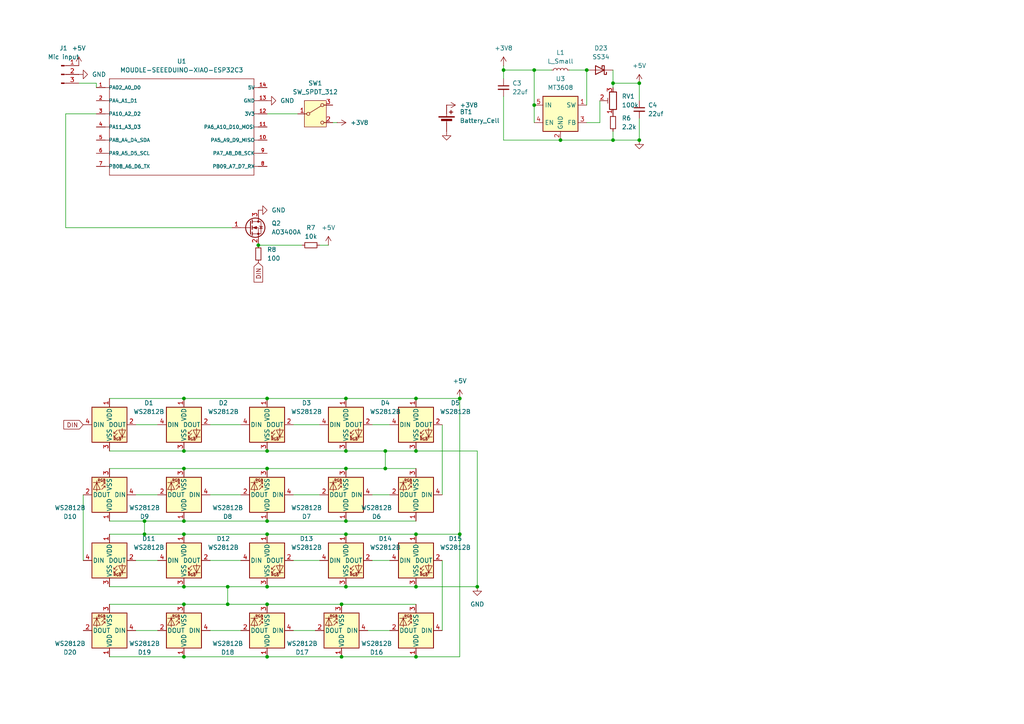
<source format=kicad_sch>
(kicad_sch
	(version 20231120)
	(generator "eeschema")
	(generator_version "8.0")
	(uuid "1cd2df8d-e286-4dd9-9962-5434744cdd06")
	(paper "A4")
	(lib_symbols
		(symbol "Connector:Conn_01x03_Pin"
			(pin_names
				(offset 1.016) hide)
			(exclude_from_sim no)
			(in_bom yes)
			(on_board yes)
			(property "Reference" "J"
				(at 0 5.08 0)
				(effects
					(font
						(size 1.27 1.27)
					)
				)
			)
			(property "Value" "Conn_01x03_Pin"
				(at 0 -5.08 0)
				(effects
					(font
						(size 1.27 1.27)
					)
				)
			)
			(property "Footprint" ""
				(at 0 0 0)
				(effects
					(font
						(size 1.27 1.27)
					)
					(hide yes)
				)
			)
			(property "Datasheet" "~"
				(at 0 0 0)
				(effects
					(font
						(size 1.27 1.27)
					)
					(hide yes)
				)
			)
			(property "Description" "Generic connector, single row, 01x03, script generated"
				(at 0 0 0)
				(effects
					(font
						(size 1.27 1.27)
					)
					(hide yes)
				)
			)
			(property "ki_locked" ""
				(at 0 0 0)
				(effects
					(font
						(size 1.27 1.27)
					)
				)
			)
			(property "ki_keywords" "connector"
				(at 0 0 0)
				(effects
					(font
						(size 1.27 1.27)
					)
					(hide yes)
				)
			)
			(property "ki_fp_filters" "Connector*:*_1x??_*"
				(at 0 0 0)
				(effects
					(font
						(size 1.27 1.27)
					)
					(hide yes)
				)
			)
			(symbol "Conn_01x03_Pin_1_1"
				(polyline
					(pts
						(xy 1.27 -2.54) (xy 0.8636 -2.54)
					)
					(stroke
						(width 0.1524)
						(type default)
					)
					(fill
						(type none)
					)
				)
				(polyline
					(pts
						(xy 1.27 0) (xy 0.8636 0)
					)
					(stroke
						(width 0.1524)
						(type default)
					)
					(fill
						(type none)
					)
				)
				(polyline
					(pts
						(xy 1.27 2.54) (xy 0.8636 2.54)
					)
					(stroke
						(width 0.1524)
						(type default)
					)
					(fill
						(type none)
					)
				)
				(rectangle
					(start 0.8636 -2.413)
					(end 0 -2.667)
					(stroke
						(width 0.1524)
						(type default)
					)
					(fill
						(type outline)
					)
				)
				(rectangle
					(start 0.8636 0.127)
					(end 0 -0.127)
					(stroke
						(width 0.1524)
						(type default)
					)
					(fill
						(type outline)
					)
				)
				(rectangle
					(start 0.8636 2.667)
					(end 0 2.413)
					(stroke
						(width 0.1524)
						(type default)
					)
					(fill
						(type outline)
					)
				)
				(pin passive line
					(at 5.08 2.54 180)
					(length 3.81)
					(name "Pin_1"
						(effects
							(font
								(size 1.27 1.27)
							)
						)
					)
					(number "1"
						(effects
							(font
								(size 1.27 1.27)
							)
						)
					)
				)
				(pin passive line
					(at 5.08 0 180)
					(length 3.81)
					(name "Pin_2"
						(effects
							(font
								(size 1.27 1.27)
							)
						)
					)
					(number "2"
						(effects
							(font
								(size 1.27 1.27)
							)
						)
					)
				)
				(pin passive line
					(at 5.08 -2.54 180)
					(length 3.81)
					(name "Pin_3"
						(effects
							(font
								(size 1.27 1.27)
							)
						)
					)
					(number "3"
						(effects
							(font
								(size 1.27 1.27)
							)
						)
					)
				)
			)
		)
		(symbol "Device:Battery_Cell"
			(pin_numbers hide)
			(pin_names
				(offset 0) hide)
			(exclude_from_sim no)
			(in_bom yes)
			(on_board yes)
			(property "Reference" "BT"
				(at 2.54 2.54 0)
				(effects
					(font
						(size 1.27 1.27)
					)
					(justify left)
				)
			)
			(property "Value" "Battery_Cell"
				(at 2.54 0 0)
				(effects
					(font
						(size 1.27 1.27)
					)
					(justify left)
				)
			)
			(property "Footprint" ""
				(at 0 1.524 90)
				(effects
					(font
						(size 1.27 1.27)
					)
					(hide yes)
				)
			)
			(property "Datasheet" "~"
				(at 0 1.524 90)
				(effects
					(font
						(size 1.27 1.27)
					)
					(hide yes)
				)
			)
			(property "Description" "Single-cell battery"
				(at 0 0 0)
				(effects
					(font
						(size 1.27 1.27)
					)
					(hide yes)
				)
			)
			(property "ki_keywords" "battery cell"
				(at 0 0 0)
				(effects
					(font
						(size 1.27 1.27)
					)
					(hide yes)
				)
			)
			(symbol "Battery_Cell_0_1"
				(rectangle
					(start -2.286 1.778)
					(end 2.286 1.524)
					(stroke
						(width 0)
						(type default)
					)
					(fill
						(type outline)
					)
				)
				(rectangle
					(start -1.524 1.016)
					(end 1.524 0.508)
					(stroke
						(width 0)
						(type default)
					)
					(fill
						(type outline)
					)
				)
				(polyline
					(pts
						(xy 0 0.762) (xy 0 0)
					)
					(stroke
						(width 0)
						(type default)
					)
					(fill
						(type none)
					)
				)
				(polyline
					(pts
						(xy 0 1.778) (xy 0 2.54)
					)
					(stroke
						(width 0)
						(type default)
					)
					(fill
						(type none)
					)
				)
				(polyline
					(pts
						(xy 0.762 3.048) (xy 1.778 3.048)
					)
					(stroke
						(width 0.254)
						(type default)
					)
					(fill
						(type none)
					)
				)
				(polyline
					(pts
						(xy 1.27 3.556) (xy 1.27 2.54)
					)
					(stroke
						(width 0.254)
						(type default)
					)
					(fill
						(type none)
					)
				)
			)
			(symbol "Battery_Cell_1_1"
				(pin passive line
					(at 0 5.08 270)
					(length 2.54)
					(name "+"
						(effects
							(font
								(size 1.27 1.27)
							)
						)
					)
					(number "1"
						(effects
							(font
								(size 1.27 1.27)
							)
						)
					)
				)
				(pin passive line
					(at 0 -2.54 90)
					(length 2.54)
					(name "-"
						(effects
							(font
								(size 1.27 1.27)
							)
						)
					)
					(number "2"
						(effects
							(font
								(size 1.27 1.27)
							)
						)
					)
				)
			)
		)
		(symbol "Device:C_Small"
			(pin_numbers hide)
			(pin_names
				(offset 0.254) hide)
			(exclude_from_sim no)
			(in_bom yes)
			(on_board yes)
			(property "Reference" "C"
				(at 0.254 1.778 0)
				(effects
					(font
						(size 1.27 1.27)
					)
					(justify left)
				)
			)
			(property "Value" "C_Small"
				(at 0.254 -2.032 0)
				(effects
					(font
						(size 1.27 1.27)
					)
					(justify left)
				)
			)
			(property "Footprint" ""
				(at 0 0 0)
				(effects
					(font
						(size 1.27 1.27)
					)
					(hide yes)
				)
			)
			(property "Datasheet" "~"
				(at 0 0 0)
				(effects
					(font
						(size 1.27 1.27)
					)
					(hide yes)
				)
			)
			(property "Description" "Unpolarized capacitor, small symbol"
				(at 0 0 0)
				(effects
					(font
						(size 1.27 1.27)
					)
					(hide yes)
				)
			)
			(property "ki_keywords" "capacitor cap"
				(at 0 0 0)
				(effects
					(font
						(size 1.27 1.27)
					)
					(hide yes)
				)
			)
			(property "ki_fp_filters" "C_*"
				(at 0 0 0)
				(effects
					(font
						(size 1.27 1.27)
					)
					(hide yes)
				)
			)
			(symbol "C_Small_0_1"
				(polyline
					(pts
						(xy -1.524 -0.508) (xy 1.524 -0.508)
					)
					(stroke
						(width 0.3302)
						(type default)
					)
					(fill
						(type none)
					)
				)
				(polyline
					(pts
						(xy -1.524 0.508) (xy 1.524 0.508)
					)
					(stroke
						(width 0.3048)
						(type default)
					)
					(fill
						(type none)
					)
				)
			)
			(symbol "C_Small_1_1"
				(pin passive line
					(at 0 2.54 270)
					(length 2.032)
					(name "~"
						(effects
							(font
								(size 1.27 1.27)
							)
						)
					)
					(number "1"
						(effects
							(font
								(size 1.27 1.27)
							)
						)
					)
				)
				(pin passive line
					(at 0 -2.54 90)
					(length 2.032)
					(name "~"
						(effects
							(font
								(size 1.27 1.27)
							)
						)
					)
					(number "2"
						(effects
							(font
								(size 1.27 1.27)
							)
						)
					)
				)
			)
		)
		(symbol "Device:L_Small"
			(pin_numbers hide)
			(pin_names
				(offset 0.254) hide)
			(exclude_from_sim no)
			(in_bom yes)
			(on_board yes)
			(property "Reference" "L"
				(at 0.762 1.016 0)
				(effects
					(font
						(size 1.27 1.27)
					)
					(justify left)
				)
			)
			(property "Value" "L_Small"
				(at 0.762 -1.016 0)
				(effects
					(font
						(size 1.27 1.27)
					)
					(justify left)
				)
			)
			(property "Footprint" ""
				(at 0 0 0)
				(effects
					(font
						(size 1.27 1.27)
					)
					(hide yes)
				)
			)
			(property "Datasheet" "~"
				(at 0 0 0)
				(effects
					(font
						(size 1.27 1.27)
					)
					(hide yes)
				)
			)
			(property "Description" "Inductor, small symbol"
				(at 0 0 0)
				(effects
					(font
						(size 1.27 1.27)
					)
					(hide yes)
				)
			)
			(property "ki_keywords" "inductor choke coil reactor magnetic"
				(at 0 0 0)
				(effects
					(font
						(size 1.27 1.27)
					)
					(hide yes)
				)
			)
			(property "ki_fp_filters" "Choke_* *Coil* Inductor_* L_*"
				(at 0 0 0)
				(effects
					(font
						(size 1.27 1.27)
					)
					(hide yes)
				)
			)
			(symbol "L_Small_0_1"
				(arc
					(start 0 -2.032)
					(mid 0.5058 -1.524)
					(end 0 -1.016)
					(stroke
						(width 0)
						(type default)
					)
					(fill
						(type none)
					)
				)
				(arc
					(start 0 -1.016)
					(mid 0.5058 -0.508)
					(end 0 0)
					(stroke
						(width 0)
						(type default)
					)
					(fill
						(type none)
					)
				)
				(arc
					(start 0 0)
					(mid 0.5058 0.508)
					(end 0 1.016)
					(stroke
						(width 0)
						(type default)
					)
					(fill
						(type none)
					)
				)
				(arc
					(start 0 1.016)
					(mid 0.5058 1.524)
					(end 0 2.032)
					(stroke
						(width 0)
						(type default)
					)
					(fill
						(type none)
					)
				)
			)
			(symbol "L_Small_1_1"
				(pin passive line
					(at 0 2.54 270)
					(length 0.508)
					(name "~"
						(effects
							(font
								(size 1.27 1.27)
							)
						)
					)
					(number "1"
						(effects
							(font
								(size 1.27 1.27)
							)
						)
					)
				)
				(pin passive line
					(at 0 -2.54 90)
					(length 0.508)
					(name "~"
						(effects
							(font
								(size 1.27 1.27)
							)
						)
					)
					(number "2"
						(effects
							(font
								(size 1.27 1.27)
							)
						)
					)
				)
			)
		)
		(symbol "Device:R_Potentiometer_Trim"
			(pin_names
				(offset 1.016) hide)
			(exclude_from_sim no)
			(in_bom yes)
			(on_board yes)
			(property "Reference" "RV"
				(at -4.445 0 90)
				(effects
					(font
						(size 1.27 1.27)
					)
				)
			)
			(property "Value" "R_Potentiometer_Trim"
				(at -2.54 0 90)
				(effects
					(font
						(size 1.27 1.27)
					)
				)
			)
			(property "Footprint" ""
				(at 0 0 0)
				(effects
					(font
						(size 1.27 1.27)
					)
					(hide yes)
				)
			)
			(property "Datasheet" "~"
				(at 0 0 0)
				(effects
					(font
						(size 1.27 1.27)
					)
					(hide yes)
				)
			)
			(property "Description" "Trim-potentiometer"
				(at 0 0 0)
				(effects
					(font
						(size 1.27 1.27)
					)
					(hide yes)
				)
			)
			(property "ki_keywords" "resistor variable trimpot trimmer"
				(at 0 0 0)
				(effects
					(font
						(size 1.27 1.27)
					)
					(hide yes)
				)
			)
			(property "ki_fp_filters" "Potentiometer*"
				(at 0 0 0)
				(effects
					(font
						(size 1.27 1.27)
					)
					(hide yes)
				)
			)
			(symbol "R_Potentiometer_Trim_0_1"
				(polyline
					(pts
						(xy 1.524 0.762) (xy 1.524 -0.762)
					)
					(stroke
						(width 0)
						(type default)
					)
					(fill
						(type none)
					)
				)
				(polyline
					(pts
						(xy 2.54 0) (xy 1.524 0)
					)
					(stroke
						(width 0)
						(type default)
					)
					(fill
						(type none)
					)
				)
				(rectangle
					(start 1.016 2.54)
					(end -1.016 -2.54)
					(stroke
						(width 0.254)
						(type default)
					)
					(fill
						(type none)
					)
				)
			)
			(symbol "R_Potentiometer_Trim_1_1"
				(pin passive line
					(at 0 3.81 270)
					(length 1.27)
					(name "1"
						(effects
							(font
								(size 1.27 1.27)
							)
						)
					)
					(number "1"
						(effects
							(font
								(size 1.27 1.27)
							)
						)
					)
				)
				(pin passive line
					(at 3.81 0 180)
					(length 1.27)
					(name "2"
						(effects
							(font
								(size 1.27 1.27)
							)
						)
					)
					(number "2"
						(effects
							(font
								(size 1.27 1.27)
							)
						)
					)
				)
				(pin passive line
					(at 0 -3.81 90)
					(length 1.27)
					(name "3"
						(effects
							(font
								(size 1.27 1.27)
							)
						)
					)
					(number "3"
						(effects
							(font
								(size 1.27 1.27)
							)
						)
					)
				)
			)
		)
		(symbol "Device:R_Small"
			(pin_numbers hide)
			(pin_names
				(offset 0.254) hide)
			(exclude_from_sim no)
			(in_bom yes)
			(on_board yes)
			(property "Reference" "R"
				(at 0.762 0.508 0)
				(effects
					(font
						(size 1.27 1.27)
					)
					(justify left)
				)
			)
			(property "Value" "R_Small"
				(at 0.762 -1.016 0)
				(effects
					(font
						(size 1.27 1.27)
					)
					(justify left)
				)
			)
			(property "Footprint" ""
				(at 0 0 0)
				(effects
					(font
						(size 1.27 1.27)
					)
					(hide yes)
				)
			)
			(property "Datasheet" "~"
				(at 0 0 0)
				(effects
					(font
						(size 1.27 1.27)
					)
					(hide yes)
				)
			)
			(property "Description" "Resistor, small symbol"
				(at 0 0 0)
				(effects
					(font
						(size 1.27 1.27)
					)
					(hide yes)
				)
			)
			(property "ki_keywords" "R resistor"
				(at 0 0 0)
				(effects
					(font
						(size 1.27 1.27)
					)
					(hide yes)
				)
			)
			(property "ki_fp_filters" "R_*"
				(at 0 0 0)
				(effects
					(font
						(size 1.27 1.27)
					)
					(hide yes)
				)
			)
			(symbol "R_Small_0_1"
				(rectangle
					(start -0.762 1.778)
					(end 0.762 -1.778)
					(stroke
						(width 0.2032)
						(type default)
					)
					(fill
						(type none)
					)
				)
			)
			(symbol "R_Small_1_1"
				(pin passive line
					(at 0 2.54 270)
					(length 0.762)
					(name "~"
						(effects
							(font
								(size 1.27 1.27)
							)
						)
					)
					(number "1"
						(effects
							(font
								(size 1.27 1.27)
							)
						)
					)
				)
				(pin passive line
					(at 0 -2.54 90)
					(length 0.762)
					(name "~"
						(effects
							(font
								(size 1.27 1.27)
							)
						)
					)
					(number "2"
						(effects
							(font
								(size 1.27 1.27)
							)
						)
					)
				)
			)
		)
		(symbol "Diode:SS34"
			(pin_numbers hide)
			(pin_names
				(offset 1.016) hide)
			(exclude_from_sim no)
			(in_bom yes)
			(on_board yes)
			(property "Reference" "D"
				(at 0 2.54 0)
				(effects
					(font
						(size 1.27 1.27)
					)
				)
			)
			(property "Value" "SS34"
				(at 0 -2.54 0)
				(effects
					(font
						(size 1.27 1.27)
					)
				)
			)
			(property "Footprint" "Diode_SMD:D_SMA"
				(at 0 -4.445 0)
				(effects
					(font
						(size 1.27 1.27)
					)
					(hide yes)
				)
			)
			(property "Datasheet" "https://www.vishay.com/docs/88751/ss32.pdf"
				(at 0 0 0)
				(effects
					(font
						(size 1.27 1.27)
					)
					(hide yes)
				)
			)
			(property "Description" "40V 3A Schottky Diode, SMA"
				(at 0 0 0)
				(effects
					(font
						(size 1.27 1.27)
					)
					(hide yes)
				)
			)
			(property "ki_keywords" "diode Schottky"
				(at 0 0 0)
				(effects
					(font
						(size 1.27 1.27)
					)
					(hide yes)
				)
			)
			(property "ki_fp_filters" "D*SMA*"
				(at 0 0 0)
				(effects
					(font
						(size 1.27 1.27)
					)
					(hide yes)
				)
			)
			(symbol "SS34_0_1"
				(polyline
					(pts
						(xy 1.27 0) (xy -1.27 0)
					)
					(stroke
						(width 0)
						(type default)
					)
					(fill
						(type none)
					)
				)
				(polyline
					(pts
						(xy 1.27 1.27) (xy 1.27 -1.27) (xy -1.27 0) (xy 1.27 1.27)
					)
					(stroke
						(width 0.254)
						(type default)
					)
					(fill
						(type none)
					)
				)
				(polyline
					(pts
						(xy -1.905 0.635) (xy -1.905 1.27) (xy -1.27 1.27) (xy -1.27 -1.27) (xy -0.635 -1.27) (xy -0.635 -0.635)
					)
					(stroke
						(width 0.254)
						(type default)
					)
					(fill
						(type none)
					)
				)
			)
			(symbol "SS34_1_1"
				(pin passive line
					(at -3.81 0 0)
					(length 2.54)
					(name "K"
						(effects
							(font
								(size 1.27 1.27)
							)
						)
					)
					(number "1"
						(effects
							(font
								(size 1.27 1.27)
							)
						)
					)
				)
				(pin passive line
					(at 3.81 0 180)
					(length 2.54)
					(name "A"
						(effects
							(font
								(size 1.27 1.27)
							)
						)
					)
					(number "2"
						(effects
							(font
								(size 1.27 1.27)
							)
						)
					)
				)
			)
		)
		(symbol "LED:WS2812B"
			(pin_names
				(offset 0.254)
			)
			(exclude_from_sim no)
			(in_bom yes)
			(on_board yes)
			(property "Reference" "D"
				(at 5.08 5.715 0)
				(effects
					(font
						(size 1.27 1.27)
					)
					(justify right bottom)
				)
			)
			(property "Value" "WS2812B"
				(at 1.27 -5.715 0)
				(effects
					(font
						(size 1.27 1.27)
					)
					(justify left top)
				)
			)
			(property "Footprint" "LED_SMD:LED_WS2812B_PLCC4_5.0x5.0mm_P3.2mm"
				(at 1.27 -7.62 0)
				(effects
					(font
						(size 1.27 1.27)
					)
					(justify left top)
					(hide yes)
				)
			)
			(property "Datasheet" "https://cdn-shop.adafruit.com/datasheets/WS2812B.pdf"
				(at 2.54 -9.525 0)
				(effects
					(font
						(size 1.27 1.27)
					)
					(justify left top)
					(hide yes)
				)
			)
			(property "Description" "RGB LED with integrated controller"
				(at 0 0 0)
				(effects
					(font
						(size 1.27 1.27)
					)
					(hide yes)
				)
			)
			(property "ki_keywords" "RGB LED NeoPixel addressable"
				(at 0 0 0)
				(effects
					(font
						(size 1.27 1.27)
					)
					(hide yes)
				)
			)
			(property "ki_fp_filters" "LED*WS2812*PLCC*5.0x5.0mm*P3.2mm*"
				(at 0 0 0)
				(effects
					(font
						(size 1.27 1.27)
					)
					(hide yes)
				)
			)
			(symbol "WS2812B_0_0"
				(text "RGB"
					(at 2.286 -4.191 0)
					(effects
						(font
							(size 0.762 0.762)
						)
					)
				)
			)
			(symbol "WS2812B_0_1"
				(polyline
					(pts
						(xy 1.27 -3.556) (xy 1.778 -3.556)
					)
					(stroke
						(width 0)
						(type default)
					)
					(fill
						(type none)
					)
				)
				(polyline
					(pts
						(xy 1.27 -2.54) (xy 1.778 -2.54)
					)
					(stroke
						(width 0)
						(type default)
					)
					(fill
						(type none)
					)
				)
				(polyline
					(pts
						(xy 4.699 -3.556) (xy 2.667 -3.556)
					)
					(stroke
						(width 0)
						(type default)
					)
					(fill
						(type none)
					)
				)
				(polyline
					(pts
						(xy 2.286 -2.54) (xy 1.27 -3.556) (xy 1.27 -3.048)
					)
					(stroke
						(width 0)
						(type default)
					)
					(fill
						(type none)
					)
				)
				(polyline
					(pts
						(xy 2.286 -1.524) (xy 1.27 -2.54) (xy 1.27 -2.032)
					)
					(stroke
						(width 0)
						(type default)
					)
					(fill
						(type none)
					)
				)
				(polyline
					(pts
						(xy 3.683 -1.016) (xy 3.683 -3.556) (xy 3.683 -4.064)
					)
					(stroke
						(width 0)
						(type default)
					)
					(fill
						(type none)
					)
				)
				(polyline
					(pts
						(xy 4.699 -1.524) (xy 2.667 -1.524) (xy 3.683 -3.556) (xy 4.699 -1.524)
					)
					(stroke
						(width 0)
						(type default)
					)
					(fill
						(type none)
					)
				)
				(rectangle
					(start 5.08 5.08)
					(end -5.08 -5.08)
					(stroke
						(width 0.254)
						(type default)
					)
					(fill
						(type background)
					)
				)
			)
			(symbol "WS2812B_1_1"
				(pin power_in line
					(at 0 7.62 270)
					(length 2.54)
					(name "VDD"
						(effects
							(font
								(size 1.27 1.27)
							)
						)
					)
					(number "1"
						(effects
							(font
								(size 1.27 1.27)
							)
						)
					)
				)
				(pin output line
					(at 7.62 0 180)
					(length 2.54)
					(name "DOUT"
						(effects
							(font
								(size 1.27 1.27)
							)
						)
					)
					(number "2"
						(effects
							(font
								(size 1.27 1.27)
							)
						)
					)
				)
				(pin power_in line
					(at 0 -7.62 90)
					(length 2.54)
					(name "VSS"
						(effects
							(font
								(size 1.27 1.27)
							)
						)
					)
					(number "3"
						(effects
							(font
								(size 1.27 1.27)
							)
						)
					)
				)
				(pin input line
					(at -7.62 0 0)
					(length 2.54)
					(name "DIN"
						(effects
							(font
								(size 1.27 1.27)
							)
						)
					)
					(number "4"
						(effects
							(font
								(size 1.27 1.27)
							)
						)
					)
				)
			)
		)
		(symbol "Regulator_Switching:MT3608"
			(exclude_from_sim no)
			(in_bom yes)
			(on_board yes)
			(property "Reference" "U"
				(at -2.54 8.89 0)
				(effects
					(font
						(size 1.27 1.27)
					)
					(justify left)
				)
			)
			(property "Value" "MT3608"
				(at -3.81 6.35 0)
				(effects
					(font
						(size 1.27 1.27)
					)
					(justify left)
				)
			)
			(property "Footprint" "Package_TO_SOT_SMD:SOT-23-6"
				(at 1.27 -6.35 0)
				(effects
					(font
						(size 1.27 1.27)
						(italic yes)
					)
					(justify left)
					(hide yes)
				)
			)
			(property "Datasheet" "https://www.olimex.com/Products/Breadboarding/BB-PWR-3608/resources/MT3608.pdf"
				(at -6.35 11.43 0)
				(effects
					(font
						(size 1.27 1.27)
					)
					(hide yes)
				)
			)
			(property "Description" "High Efficiency 1.2MHz 2A Step Up Converter, 2-24V Vin, 28V Vout, 4A current limit, 1.2MHz, SOT23-6"
				(at 0 0 0)
				(effects
					(font
						(size 1.27 1.27)
					)
					(hide yes)
				)
			)
			(property "ki_keywords" "Step-Up Boost DC-DC Regulator Adjustable"
				(at 0 0 0)
				(effects
					(font
						(size 1.27 1.27)
					)
					(hide yes)
				)
			)
			(property "ki_fp_filters" "SOT*23*"
				(at 0 0 0)
				(effects
					(font
						(size 1.27 1.27)
					)
					(hide yes)
				)
			)
			(symbol "MT3608_0_1"
				(rectangle
					(start -5.08 5.08)
					(end 5.08 -5.08)
					(stroke
						(width 0.254)
						(type default)
					)
					(fill
						(type background)
					)
				)
			)
			(symbol "MT3608_1_1"
				(pin passive line
					(at 7.62 2.54 180)
					(length 2.54)
					(name "SW"
						(effects
							(font
								(size 1.27 1.27)
							)
						)
					)
					(number "1"
						(effects
							(font
								(size 1.27 1.27)
							)
						)
					)
				)
				(pin power_in line
					(at 0 -7.62 90)
					(length 2.54)
					(name "GND"
						(effects
							(font
								(size 1.27 1.27)
							)
						)
					)
					(number "2"
						(effects
							(font
								(size 1.27 1.27)
							)
						)
					)
				)
				(pin input line
					(at 7.62 -2.54 180)
					(length 2.54)
					(name "FB"
						(effects
							(font
								(size 1.27 1.27)
							)
						)
					)
					(number "3"
						(effects
							(font
								(size 1.27 1.27)
							)
						)
					)
				)
				(pin input line
					(at -7.62 -2.54 0)
					(length 2.54)
					(name "EN"
						(effects
							(font
								(size 1.27 1.27)
							)
						)
					)
					(number "4"
						(effects
							(font
								(size 1.27 1.27)
							)
						)
					)
				)
				(pin power_in line
					(at -7.62 2.54 0)
					(length 2.54)
					(name "IN"
						(effects
							(font
								(size 1.27 1.27)
							)
						)
					)
					(number "5"
						(effects
							(font
								(size 1.27 1.27)
							)
						)
					)
				)
				(pin no_connect line
					(at 5.08 0 180)
					(length 2.54) hide
					(name "NC"
						(effects
							(font
								(size 1.27 1.27)
							)
						)
					)
					(number "6"
						(effects
							(font
								(size 1.27 1.27)
							)
						)
					)
				)
			)
		)
		(symbol "Seed Studio:MOUDLE-SEEEDUINO-XIAO-ESP32C3"
			(pin_names
				(offset 1.016)
			)
			(exclude_from_sim no)
			(in_bom yes)
			(on_board yes)
			(property "Reference" "U"
				(at -21.59 15.24 0)
				(effects
					(font
						(size 1.27 1.27)
					)
					(justify left bottom)
				)
			)
			(property "Value" "MOUDLE-SEEEDUINO-XIAO-ESP32C3"
				(at -21.59 13.97 0)
				(effects
					(font
						(size 1.27 1.27)
					)
					(justify left bottom)
				)
			)
			(property "Footprint" "MOUDLE14P-SMD-2.54-21X17.8MM"
				(at 0 0 0)
				(effects
					(font
						(size 1.27 1.27)
					)
					(justify bottom)
					(hide yes)
				)
			)
			(property "Datasheet" ""
				(at 0 0 0)
				(effects
					(font
						(size 1.27 1.27)
					)
					(hide yes)
				)
			)
			(property "Description" ""
				(at 0 0 0)
				(effects
					(font
						(size 1.27 1.27)
					)
					(hide yes)
				)
			)
			(symbol "MOUDLE-SEEEDUINO-XIAO-ESP32C3_0_0"
				(polyline
					(pts
						(xy -21.59 -13.97) (xy -21.59 0)
					)
					(stroke
						(width 0.1524)
						(type default)
					)
					(fill
						(type none)
					)
				)
				(polyline
					(pts
						(xy -21.59 -11.43) (xy -22.86 -11.43)
					)
					(stroke
						(width 0.1524)
						(type default)
					)
					(fill
						(type none)
					)
				)
				(polyline
					(pts
						(xy -21.59 -7.62) (xy -22.86 -7.62)
					)
					(stroke
						(width 0.1524)
						(type default)
					)
					(fill
						(type none)
					)
				)
				(polyline
					(pts
						(xy -21.59 -3.81) (xy -22.86 -3.81)
					)
					(stroke
						(width 0.1524)
						(type default)
					)
					(fill
						(type none)
					)
				)
				(polyline
					(pts
						(xy -21.59 0) (xy -22.86 0)
					)
					(stroke
						(width 0.1524)
						(type default)
					)
					(fill
						(type none)
					)
				)
				(polyline
					(pts
						(xy -21.59 0) (xy -21.59 3.81)
					)
					(stroke
						(width 0.1524)
						(type default)
					)
					(fill
						(type none)
					)
				)
				(polyline
					(pts
						(xy -21.59 3.81) (xy -22.86 3.81)
					)
					(stroke
						(width 0.1524)
						(type default)
					)
					(fill
						(type none)
					)
				)
				(polyline
					(pts
						(xy -21.59 3.81) (xy -21.59 7.62)
					)
					(stroke
						(width 0.1524)
						(type default)
					)
					(fill
						(type none)
					)
				)
				(polyline
					(pts
						(xy -21.59 7.62) (xy -22.86 7.62)
					)
					(stroke
						(width 0.1524)
						(type default)
					)
					(fill
						(type none)
					)
				)
				(polyline
					(pts
						(xy -21.59 7.62) (xy -21.59 11.43)
					)
					(stroke
						(width 0.1524)
						(type default)
					)
					(fill
						(type none)
					)
				)
				(polyline
					(pts
						(xy -21.59 11.43) (xy -22.86 11.43)
					)
					(stroke
						(width 0.1524)
						(type default)
					)
					(fill
						(type none)
					)
				)
				(polyline
					(pts
						(xy -21.59 11.43) (xy -21.59 13.97)
					)
					(stroke
						(width 0.1524)
						(type default)
					)
					(fill
						(type none)
					)
				)
				(polyline
					(pts
						(xy -21.59 13.97) (xy 20.32 13.97)
					)
					(stroke
						(width 0.1524)
						(type default)
					)
					(fill
						(type none)
					)
				)
				(polyline
					(pts
						(xy 20.32 -13.97) (xy -21.59 -13.97)
					)
					(stroke
						(width 0.1524)
						(type default)
					)
					(fill
						(type none)
					)
				)
				(polyline
					(pts
						(xy 20.32 3.81) (xy 20.32 -13.97)
					)
					(stroke
						(width 0.1524)
						(type default)
					)
					(fill
						(type none)
					)
				)
				(polyline
					(pts
						(xy 20.32 7.62) (xy 20.32 3.81)
					)
					(stroke
						(width 0.1524)
						(type default)
					)
					(fill
						(type none)
					)
				)
				(polyline
					(pts
						(xy 20.32 11.43) (xy 20.32 7.62)
					)
					(stroke
						(width 0.1524)
						(type default)
					)
					(fill
						(type none)
					)
				)
				(polyline
					(pts
						(xy 20.32 13.97) (xy 20.32 11.43)
					)
					(stroke
						(width 0.1524)
						(type default)
					)
					(fill
						(type none)
					)
				)
				(polyline
					(pts
						(xy 21.59 -11.43) (xy 20.32 -11.43)
					)
					(stroke
						(width 0.1524)
						(type default)
					)
					(fill
						(type none)
					)
				)
				(polyline
					(pts
						(xy 21.59 -7.62) (xy 20.32 -7.62)
					)
					(stroke
						(width 0.1524)
						(type default)
					)
					(fill
						(type none)
					)
				)
				(polyline
					(pts
						(xy 21.59 -3.81) (xy 20.32 -3.81)
					)
					(stroke
						(width 0.1524)
						(type default)
					)
					(fill
						(type none)
					)
				)
				(polyline
					(pts
						(xy 21.59 0) (xy 20.32 0)
					)
					(stroke
						(width 0.1524)
						(type default)
					)
					(fill
						(type none)
					)
				)
				(polyline
					(pts
						(xy 21.59 3.81) (xy 20.32 3.81)
					)
					(stroke
						(width 0.1524)
						(type default)
					)
					(fill
						(type none)
					)
				)
				(polyline
					(pts
						(xy 21.59 7.62) (xy 20.32 7.62)
					)
					(stroke
						(width 0.1524)
						(type default)
					)
					(fill
						(type none)
					)
				)
				(polyline
					(pts
						(xy 21.59 11.43) (xy 20.32 11.43)
					)
					(stroke
						(width 0.1524)
						(type default)
					)
					(fill
						(type none)
					)
				)
				(pin bidirectional line
					(at -25.4 11.43 0)
					(length 2.54)
					(name "PA02_A0_D0"
						(effects
							(font
								(size 1.016 1.016)
							)
						)
					)
					(number "1"
						(effects
							(font
								(size 1.016 1.016)
							)
						)
					)
				)
				(pin bidirectional line
					(at 24.13 -3.81 180)
					(length 2.54)
					(name "PA5_A9_D9_MISO"
						(effects
							(font
								(size 1.016 1.016)
							)
						)
					)
					(number "10"
						(effects
							(font
								(size 1.016 1.016)
							)
						)
					)
				)
				(pin bidirectional line
					(at 24.13 0 180)
					(length 2.54)
					(name "PA6_A10_D10_MOSI"
						(effects
							(font
								(size 1.016 1.016)
							)
						)
					)
					(number "11"
						(effects
							(font
								(size 1.016 1.016)
							)
						)
					)
				)
				(pin bidirectional line
					(at 24.13 3.81 180)
					(length 2.54)
					(name "3V3"
						(effects
							(font
								(size 1.016 1.016)
							)
						)
					)
					(number "12"
						(effects
							(font
								(size 1.016 1.016)
							)
						)
					)
				)
				(pin bidirectional line
					(at 24.13 7.62 180)
					(length 2.54)
					(name "GND"
						(effects
							(font
								(size 1.016 1.016)
							)
						)
					)
					(number "13"
						(effects
							(font
								(size 1.016 1.016)
							)
						)
					)
				)
				(pin bidirectional line
					(at 24.13 11.43 180)
					(length 2.54)
					(name "5V"
						(effects
							(font
								(size 1.016 1.016)
							)
						)
					)
					(number "14"
						(effects
							(font
								(size 1.016 1.016)
							)
						)
					)
				)
				(pin bidirectional line
					(at -25.4 7.62 0)
					(length 2.54)
					(name "PA4_A1_D1"
						(effects
							(font
								(size 1.016 1.016)
							)
						)
					)
					(number "2"
						(effects
							(font
								(size 1.016 1.016)
							)
						)
					)
				)
				(pin bidirectional line
					(at -25.4 3.81 0)
					(length 2.54)
					(name "PA10_A2_D2"
						(effects
							(font
								(size 1.016 1.016)
							)
						)
					)
					(number "3"
						(effects
							(font
								(size 1.016 1.016)
							)
						)
					)
				)
				(pin bidirectional line
					(at -25.4 0 0)
					(length 2.54)
					(name "PA11_A3_D3"
						(effects
							(font
								(size 1.016 1.016)
							)
						)
					)
					(number "4"
						(effects
							(font
								(size 1.016 1.016)
							)
						)
					)
				)
				(pin bidirectional line
					(at -25.4 -3.81 0)
					(length 2.54)
					(name "PA8_A4_D4_SDA"
						(effects
							(font
								(size 1.016 1.016)
							)
						)
					)
					(number "5"
						(effects
							(font
								(size 1.016 1.016)
							)
						)
					)
				)
				(pin bidirectional line
					(at -25.4 -7.62 0)
					(length 2.54)
					(name "PA9_A5_D5_SCL"
						(effects
							(font
								(size 1.016 1.016)
							)
						)
					)
					(number "6"
						(effects
							(font
								(size 1.016 1.016)
							)
						)
					)
				)
				(pin bidirectional line
					(at -25.4 -11.43 0)
					(length 2.54)
					(name "PB08_A6_D6_TX"
						(effects
							(font
								(size 1.016 1.016)
							)
						)
					)
					(number "7"
						(effects
							(font
								(size 1.016 1.016)
							)
						)
					)
				)
				(pin bidirectional line
					(at 24.13 -11.43 180)
					(length 2.54)
					(name "PB09_A7_D7_RX"
						(effects
							(font
								(size 1.016 1.016)
							)
						)
					)
					(number "8"
						(effects
							(font
								(size 1.016 1.016)
							)
						)
					)
				)
				(pin bidirectional line
					(at 24.13 -7.62 180)
					(length 2.54)
					(name "PA7_A8_D8_SCK"
						(effects
							(font
								(size 1.016 1.016)
							)
						)
					)
					(number "9"
						(effects
							(font
								(size 1.016 1.016)
							)
						)
					)
				)
			)
		)
		(symbol "Switch:SW_SPDT_312"
			(pin_names
				(offset 1) hide)
			(exclude_from_sim no)
			(in_bom yes)
			(on_board yes)
			(property "Reference" "SW"
				(at 0 5.08 0)
				(effects
					(font
						(size 1.27 1.27)
					)
				)
			)
			(property "Value" "SW_SPDT_312"
				(at 0 -5.08 0)
				(effects
					(font
						(size 1.27 1.27)
					)
				)
			)
			(property "Footprint" ""
				(at 0 -10.16 0)
				(effects
					(font
						(size 1.27 1.27)
					)
					(hide yes)
				)
			)
			(property "Datasheet" "~"
				(at 0 -7.62 0)
				(effects
					(font
						(size 1.27 1.27)
					)
					(hide yes)
				)
			)
			(property "Description" "Switch, single pole double throw"
				(at 0 0 0)
				(effects
					(font
						(size 1.27 1.27)
					)
					(hide yes)
				)
			)
			(property "ki_keywords" "changeover single-pole double-throw spdt ON-ON"
				(at 0 0 0)
				(effects
					(font
						(size 1.27 1.27)
					)
					(hide yes)
				)
			)
			(symbol "SW_SPDT_312_0_1"
				(circle
					(center -2.032 0)
					(radius 0.4572)
					(stroke
						(width 0)
						(type default)
					)
					(fill
						(type none)
					)
				)
				(polyline
					(pts
						(xy -1.651 0.254) (xy 1.651 2.286)
					)
					(stroke
						(width 0)
						(type default)
					)
					(fill
						(type none)
					)
				)
				(circle
					(center 2.032 -2.54)
					(radius 0.4572)
					(stroke
						(width 0)
						(type default)
					)
					(fill
						(type none)
					)
				)
				(circle
					(center 2.032 2.54)
					(radius 0.4572)
					(stroke
						(width 0)
						(type default)
					)
					(fill
						(type none)
					)
				)
			)
			(symbol "SW_SPDT_312_1_1"
				(rectangle
					(start -3.175 3.81)
					(end 3.175 -3.81)
					(stroke
						(width 0)
						(type default)
					)
					(fill
						(type background)
					)
				)
				(pin passive line
					(at -5.08 0 0)
					(length 2.54)
					(name "B"
						(effects
							(font
								(size 1.27 1.27)
							)
						)
					)
					(number "1"
						(effects
							(font
								(size 1.27 1.27)
							)
						)
					)
				)
				(pin passive line
					(at 5.08 -2.54 180)
					(length 2.54)
					(name "C"
						(effects
							(font
								(size 1.27 1.27)
							)
						)
					)
					(number "2"
						(effects
							(font
								(size 1.27 1.27)
							)
						)
					)
				)
				(pin passive line
					(at 5.08 2.54 180)
					(length 2.54)
					(name "A"
						(effects
							(font
								(size 1.27 1.27)
							)
						)
					)
					(number "3"
						(effects
							(font
								(size 1.27 1.27)
							)
						)
					)
				)
			)
		)
		(symbol "Transistor_FET:AO3400A"
			(pin_names hide)
			(exclude_from_sim no)
			(in_bom yes)
			(on_board yes)
			(property "Reference" "Q"
				(at 5.08 1.905 0)
				(effects
					(font
						(size 1.27 1.27)
					)
					(justify left)
				)
			)
			(property "Value" "AO3400A"
				(at 5.08 0 0)
				(effects
					(font
						(size 1.27 1.27)
					)
					(justify left)
				)
			)
			(property "Footprint" "Package_TO_SOT_SMD:SOT-23"
				(at 5.08 -1.905 0)
				(effects
					(font
						(size 1.27 1.27)
						(italic yes)
					)
					(justify left)
					(hide yes)
				)
			)
			(property "Datasheet" "http://www.aosmd.com/pdfs/datasheet/AO3400A.pdf"
				(at 5.08 -3.81 0)
				(effects
					(font
						(size 1.27 1.27)
					)
					(justify left)
					(hide yes)
				)
			)
			(property "Description" "30V Vds, 5.7A Id, N-Channel MOSFET, SOT-23"
				(at 0 0 0)
				(effects
					(font
						(size 1.27 1.27)
					)
					(hide yes)
				)
			)
			(property "ki_keywords" "N-Channel MOSFET"
				(at 0 0 0)
				(effects
					(font
						(size 1.27 1.27)
					)
					(hide yes)
				)
			)
			(property "ki_fp_filters" "SOT?23*"
				(at 0 0 0)
				(effects
					(font
						(size 1.27 1.27)
					)
					(hide yes)
				)
			)
			(symbol "AO3400A_0_1"
				(polyline
					(pts
						(xy 0.254 0) (xy -2.54 0)
					)
					(stroke
						(width 0)
						(type default)
					)
					(fill
						(type none)
					)
				)
				(polyline
					(pts
						(xy 0.254 1.905) (xy 0.254 -1.905)
					)
					(stroke
						(width 0.254)
						(type default)
					)
					(fill
						(type none)
					)
				)
				(polyline
					(pts
						(xy 0.762 -1.27) (xy 0.762 -2.286)
					)
					(stroke
						(width 0.254)
						(type default)
					)
					(fill
						(type none)
					)
				)
				(polyline
					(pts
						(xy 0.762 0.508) (xy 0.762 -0.508)
					)
					(stroke
						(width 0.254)
						(type default)
					)
					(fill
						(type none)
					)
				)
				(polyline
					(pts
						(xy 0.762 2.286) (xy 0.762 1.27)
					)
					(stroke
						(width 0.254)
						(type default)
					)
					(fill
						(type none)
					)
				)
				(polyline
					(pts
						(xy 2.54 2.54) (xy 2.54 1.778)
					)
					(stroke
						(width 0)
						(type default)
					)
					(fill
						(type none)
					)
				)
				(polyline
					(pts
						(xy 2.54 -2.54) (xy 2.54 0) (xy 0.762 0)
					)
					(stroke
						(width 0)
						(type default)
					)
					(fill
						(type none)
					)
				)
				(polyline
					(pts
						(xy 0.762 -1.778) (xy 3.302 -1.778) (xy 3.302 1.778) (xy 0.762 1.778)
					)
					(stroke
						(width 0)
						(type default)
					)
					(fill
						(type none)
					)
				)
				(polyline
					(pts
						(xy 1.016 0) (xy 2.032 0.381) (xy 2.032 -0.381) (xy 1.016 0)
					)
					(stroke
						(width 0)
						(type default)
					)
					(fill
						(type outline)
					)
				)
				(polyline
					(pts
						(xy 2.794 0.508) (xy 2.921 0.381) (xy 3.683 0.381) (xy 3.81 0.254)
					)
					(stroke
						(width 0)
						(type default)
					)
					(fill
						(type none)
					)
				)
				(polyline
					(pts
						(xy 3.302 0.381) (xy 2.921 -0.254) (xy 3.683 -0.254) (xy 3.302 0.381)
					)
					(stroke
						(width 0)
						(type default)
					)
					(fill
						(type none)
					)
				)
				(circle
					(center 1.651 0)
					(radius 2.794)
					(stroke
						(width 0.254)
						(type default)
					)
					(fill
						(type none)
					)
				)
				(circle
					(center 2.54 -1.778)
					(radius 0.254)
					(stroke
						(width 0)
						(type default)
					)
					(fill
						(type outline)
					)
				)
				(circle
					(center 2.54 1.778)
					(radius 0.254)
					(stroke
						(width 0)
						(type default)
					)
					(fill
						(type outline)
					)
				)
			)
			(symbol "AO3400A_1_1"
				(pin input line
					(at -5.08 0 0)
					(length 2.54)
					(name "G"
						(effects
							(font
								(size 1.27 1.27)
							)
						)
					)
					(number "1"
						(effects
							(font
								(size 1.27 1.27)
							)
						)
					)
				)
				(pin passive line
					(at 2.54 -5.08 90)
					(length 2.54)
					(name "S"
						(effects
							(font
								(size 1.27 1.27)
							)
						)
					)
					(number "2"
						(effects
							(font
								(size 1.27 1.27)
							)
						)
					)
				)
				(pin passive line
					(at 2.54 5.08 270)
					(length 2.54)
					(name "D"
						(effects
							(font
								(size 1.27 1.27)
							)
						)
					)
					(number "3"
						(effects
							(font
								(size 1.27 1.27)
							)
						)
					)
				)
			)
		)
		(symbol "power:+3V8"
			(power)
			(pin_numbers hide)
			(pin_names
				(offset 0) hide)
			(exclude_from_sim no)
			(in_bom yes)
			(on_board yes)
			(property "Reference" "#PWR"
				(at 0 -3.81 0)
				(effects
					(font
						(size 1.27 1.27)
					)
					(hide yes)
				)
			)
			(property "Value" "+3V8"
				(at 0 3.556 0)
				(effects
					(font
						(size 1.27 1.27)
					)
				)
			)
			(property "Footprint" ""
				(at 0 0 0)
				(effects
					(font
						(size 1.27 1.27)
					)
					(hide yes)
				)
			)
			(property "Datasheet" ""
				(at 0 0 0)
				(effects
					(font
						(size 1.27 1.27)
					)
					(hide yes)
				)
			)
			(property "Description" "Power symbol creates a global label with name \"+3V8\""
				(at 0 0 0)
				(effects
					(font
						(size 1.27 1.27)
					)
					(hide yes)
				)
			)
			(property "ki_keywords" "global power"
				(at 0 0 0)
				(effects
					(font
						(size 1.27 1.27)
					)
					(hide yes)
				)
			)
			(symbol "+3V8_0_1"
				(polyline
					(pts
						(xy -0.762 1.27) (xy 0 2.54)
					)
					(stroke
						(width 0)
						(type default)
					)
					(fill
						(type none)
					)
				)
				(polyline
					(pts
						(xy 0 0) (xy 0 2.54)
					)
					(stroke
						(width 0)
						(type default)
					)
					(fill
						(type none)
					)
				)
				(polyline
					(pts
						(xy 0 2.54) (xy 0.762 1.27)
					)
					(stroke
						(width 0)
						(type default)
					)
					(fill
						(type none)
					)
				)
			)
			(symbol "+3V8_1_1"
				(pin power_in line
					(at 0 0 90)
					(length 0)
					(name "~"
						(effects
							(font
								(size 1.27 1.27)
							)
						)
					)
					(number "1"
						(effects
							(font
								(size 1.27 1.27)
							)
						)
					)
				)
			)
		)
		(symbol "power:+5V"
			(power)
			(pin_numbers hide)
			(pin_names
				(offset 0) hide)
			(exclude_from_sim no)
			(in_bom yes)
			(on_board yes)
			(property "Reference" "#PWR"
				(at 0 -3.81 0)
				(effects
					(font
						(size 1.27 1.27)
					)
					(hide yes)
				)
			)
			(property "Value" "+5V"
				(at 0 3.556 0)
				(effects
					(font
						(size 1.27 1.27)
					)
				)
			)
			(property "Footprint" ""
				(at 0 0 0)
				(effects
					(font
						(size 1.27 1.27)
					)
					(hide yes)
				)
			)
			(property "Datasheet" ""
				(at 0 0 0)
				(effects
					(font
						(size 1.27 1.27)
					)
					(hide yes)
				)
			)
			(property "Description" "Power symbol creates a global label with name \"+5V\""
				(at 0 0 0)
				(effects
					(font
						(size 1.27 1.27)
					)
					(hide yes)
				)
			)
			(property "ki_keywords" "global power"
				(at 0 0 0)
				(effects
					(font
						(size 1.27 1.27)
					)
					(hide yes)
				)
			)
			(symbol "+5V_0_1"
				(polyline
					(pts
						(xy -0.762 1.27) (xy 0 2.54)
					)
					(stroke
						(width 0)
						(type default)
					)
					(fill
						(type none)
					)
				)
				(polyline
					(pts
						(xy 0 0) (xy 0 2.54)
					)
					(stroke
						(width 0)
						(type default)
					)
					(fill
						(type none)
					)
				)
				(polyline
					(pts
						(xy 0 2.54) (xy 0.762 1.27)
					)
					(stroke
						(width 0)
						(type default)
					)
					(fill
						(type none)
					)
				)
			)
			(symbol "+5V_1_1"
				(pin power_in line
					(at 0 0 90)
					(length 0)
					(name "~"
						(effects
							(font
								(size 1.27 1.27)
							)
						)
					)
					(number "1"
						(effects
							(font
								(size 1.27 1.27)
							)
						)
					)
				)
			)
		)
		(symbol "power:GND"
			(power)
			(pin_numbers hide)
			(pin_names
				(offset 0) hide)
			(exclude_from_sim no)
			(in_bom yes)
			(on_board yes)
			(property "Reference" "#PWR"
				(at 0 -6.35 0)
				(effects
					(font
						(size 1.27 1.27)
					)
					(hide yes)
				)
			)
			(property "Value" "GND"
				(at 0 -3.81 0)
				(effects
					(font
						(size 1.27 1.27)
					)
				)
			)
			(property "Footprint" ""
				(at 0 0 0)
				(effects
					(font
						(size 1.27 1.27)
					)
					(hide yes)
				)
			)
			(property "Datasheet" ""
				(at 0 0 0)
				(effects
					(font
						(size 1.27 1.27)
					)
					(hide yes)
				)
			)
			(property "Description" "Power symbol creates a global label with name \"GND\" , ground"
				(at 0 0 0)
				(effects
					(font
						(size 1.27 1.27)
					)
					(hide yes)
				)
			)
			(property "ki_keywords" "global power"
				(at 0 0 0)
				(effects
					(font
						(size 1.27 1.27)
					)
					(hide yes)
				)
			)
			(symbol "GND_0_1"
				(polyline
					(pts
						(xy 0 0) (xy 0 -1.27) (xy 1.27 -1.27) (xy 0 -2.54) (xy -1.27 -1.27) (xy 0 -1.27)
					)
					(stroke
						(width 0)
						(type default)
					)
					(fill
						(type none)
					)
				)
			)
			(symbol "GND_1_1"
				(pin power_in line
					(at 0 0 270)
					(length 0)
					(name "~"
						(effects
							(font
								(size 1.27 1.27)
							)
						)
					)
					(number "1"
						(effects
							(font
								(size 1.27 1.27)
							)
						)
					)
				)
			)
		)
	)
	(junction
		(at 100.33 170.18)
		(diameter 0)
		(color 0 0 0 0)
		(uuid "0a675bbb-041a-4831-a610-5293388a1835")
	)
	(junction
		(at 100.33 135.89)
		(diameter 0)
		(color 0 0 0 0)
		(uuid "0c9cb55f-c80f-4e0b-b435-fbf73e19fb94")
	)
	(junction
		(at 77.47 175.26)
		(diameter 0)
		(color 0 0 0 0)
		(uuid "1204a59d-25ea-42ec-8e88-de6b82727fe0")
	)
	(junction
		(at 53.34 170.18)
		(diameter 0)
		(color 0 0 0 0)
		(uuid "1973169e-da41-4a2d-a88e-cec5b96b4b0e")
	)
	(junction
		(at 138.43 170.18)
		(diameter 0)
		(color 0 0 0 0)
		(uuid "1ba13fe5-ed81-4414-94d5-8ed0cd7c223f")
	)
	(junction
		(at 133.35 154.94)
		(diameter 0)
		(color 0 0 0 0)
		(uuid "235e609b-8992-44fc-8a4c-3111ae42c101")
	)
	(junction
		(at 53.34 190.5)
		(diameter 0)
		(color 0 0 0 0)
		(uuid "2efbd2a1-01ee-42aa-891c-c471b970fc58")
	)
	(junction
		(at 77.47 190.5)
		(diameter 0)
		(color 0 0 0 0)
		(uuid "30aa17ed-22e4-4196-a548-b7391f56b28f")
	)
	(junction
		(at 66.04 175.26)
		(diameter 0)
		(color 0 0 0 0)
		(uuid "3c35ed9f-0526-4ef9-9444-3bdc2d7316d6")
	)
	(junction
		(at 53.34 135.89)
		(diameter 0)
		(color 0 0 0 0)
		(uuid "3ced1d8b-c5c0-4799-aff3-e770c787611e")
	)
	(junction
		(at 100.33 154.94)
		(diameter 0)
		(color 0 0 0 0)
		(uuid "3e00d768-00a9-468e-bfbc-f01b53faf1bf")
	)
	(junction
		(at 53.34 151.13)
		(diameter 0)
		(color 0 0 0 0)
		(uuid "4484f6e9-ab75-41f3-9dbb-a487a98c1229")
	)
	(junction
		(at 53.34 115.57)
		(diameter 0)
		(color 0 0 0 0)
		(uuid "5234d017-f2c2-4e36-b886-8e0dda9811bf")
	)
	(junction
		(at 120.65 154.94)
		(diameter 0)
		(color 0 0 0 0)
		(uuid "594d0b8c-8dfa-4bcc-b381-24823fa7530f")
	)
	(junction
		(at 41.91 151.13)
		(diameter 0)
		(color 0 0 0 0)
		(uuid "680e48eb-62d1-4107-9b73-4d6f20ce3480")
	)
	(junction
		(at 77.47 151.13)
		(diameter 0)
		(color 0 0 0 0)
		(uuid "697c005f-c584-422e-9f4d-7894f3e4bde3")
	)
	(junction
		(at 99.06 175.26)
		(diameter 0)
		(color 0 0 0 0)
		(uuid "72e31593-6be5-4951-8816-c03cbb218662")
	)
	(junction
		(at 77.47 154.94)
		(diameter 0)
		(color 0 0 0 0)
		(uuid "737964da-4f9a-483f-b738-53a49c215c18")
	)
	(junction
		(at 53.34 154.94)
		(diameter 0)
		(color 0 0 0 0)
		(uuid "74d601b9-16cd-44fa-b842-fd388a2ee3e1")
	)
	(junction
		(at 77.47 115.57)
		(diameter 0)
		(color 0 0 0 0)
		(uuid "7a5c026c-7a10-4467-9890-b7f1e32179e8")
	)
	(junction
		(at 100.33 115.57)
		(diameter 0)
		(color 0 0 0 0)
		(uuid "7c56ccca-d9ea-4fa0-b748-b4deaf7a86db")
	)
	(junction
		(at 120.65 170.18)
		(diameter 0)
		(color 0 0 0 0)
		(uuid "7c7320e9-325a-47cb-aeb1-21bb8e5d7134")
	)
	(junction
		(at 53.34 130.81)
		(diameter 0)
		(color 0 0 0 0)
		(uuid "7f2b2448-5738-4522-b874-4f76f01f87bf")
	)
	(junction
		(at 77.47 130.81)
		(diameter 0)
		(color 0 0 0 0)
		(uuid "81033137-9808-4c4a-ab97-e9fcc37c9b84")
	)
	(junction
		(at 162.56 40.64)
		(diameter 0)
		(color 0 0 0 0)
		(uuid "8795d4ad-b6cf-4837-b95c-18fac2c2fa68")
	)
	(junction
		(at 53.34 175.26)
		(diameter 0)
		(color 0 0 0 0)
		(uuid "9e50b28e-99fc-4944-985a-09dcb0972371")
	)
	(junction
		(at 133.35 115.57)
		(diameter 0)
		(color 0 0 0 0)
		(uuid "a097ebca-8fc0-420d-9c69-d0d1d7e96bd1")
	)
	(junction
		(at 120.65 130.81)
		(diameter 0)
		(color 0 0 0 0)
		(uuid "a54071a1-9b4f-440c-8603-9f2364af7103")
	)
	(junction
		(at 111.76 135.89)
		(diameter 0)
		(color 0 0 0 0)
		(uuid "a8092538-ae48-4540-ba86-30e0f4462620")
	)
	(junction
		(at 41.91 154.94)
		(diameter 0)
		(color 0 0 0 0)
		(uuid "b1fe2f2d-8435-4a96-9c79-4da86877e846")
	)
	(junction
		(at 74.93 71.12)
		(diameter 0)
		(color 0 0 0 0)
		(uuid "b28d7b73-ade2-437b-a876-8855e52e932e")
	)
	(junction
		(at 120.65 115.57)
		(diameter 0)
		(color 0 0 0 0)
		(uuid "b90e4a49-5335-4de9-9523-b856825b416d")
	)
	(junction
		(at 185.42 40.64)
		(diameter 0)
		(color 0 0 0 0)
		(uuid "bc66a218-d4fa-4299-9352-7eed234e0719")
	)
	(junction
		(at 146.05 20.32)
		(diameter 0)
		(color 0 0 0 0)
		(uuid "c3c43772-6957-4273-b3b2-bc6d1d563d34")
	)
	(junction
		(at 111.76 130.81)
		(diameter 0)
		(color 0 0 0 0)
		(uuid "c9a5b9d6-b740-46d7-8c9a-039ea7a06897")
	)
	(junction
		(at 177.8 24.13)
		(diameter 0)
		(color 0 0 0 0)
		(uuid "c9a7e0ce-c46b-415f-9a68-15bc20770d66")
	)
	(junction
		(at 154.94 30.48)
		(diameter 0)
		(color 0 0 0 0)
		(uuid "cce89f4d-33ae-4a85-898d-b5c5c4011247")
	)
	(junction
		(at 100.33 151.13)
		(diameter 0)
		(color 0 0 0 0)
		(uuid "d2e35b5d-e076-4c1a-8328-afa6c27aefd3")
	)
	(junction
		(at 177.8 40.64)
		(diameter 0)
		(color 0 0 0 0)
		(uuid "d7e42a81-caca-4a87-8af6-e09004acdba4")
	)
	(junction
		(at 77.47 135.89)
		(diameter 0)
		(color 0 0 0 0)
		(uuid "d91f3a94-b365-4894-be0b-9536e211b5fa")
	)
	(junction
		(at 170.18 20.32)
		(diameter 0)
		(color 0 0 0 0)
		(uuid "da209d8d-1297-4484-bab0-b35625dbe56d")
	)
	(junction
		(at 120.65 190.5)
		(diameter 0)
		(color 0 0 0 0)
		(uuid "e60c208a-b6a3-4956-8cc8-8cd979dc85fb")
	)
	(junction
		(at 99.06 190.5)
		(diameter 0)
		(color 0 0 0 0)
		(uuid "ec532306-efed-4128-84ce-2ef5df77c637")
	)
	(junction
		(at 100.33 130.81)
		(diameter 0)
		(color 0 0 0 0)
		(uuid "f6e3c3ab-31b9-48cc-b731-41372ad3bc24")
	)
	(junction
		(at 185.42 24.13)
		(diameter 0)
		(color 0 0 0 0)
		(uuid "f7d9e92d-e8df-4502-a5c2-2e3a5155b726")
	)
	(junction
		(at 77.47 170.18)
		(diameter 0)
		(color 0 0 0 0)
		(uuid "fb4a9d0b-14b3-4d92-8ab7-b749c3c00e20")
	)
	(junction
		(at 66.04 170.18)
		(diameter 0)
		(color 0 0 0 0)
		(uuid "fbef059a-af37-471a-aa4b-fff8495bded5")
	)
	(junction
		(at 154.94 20.32)
		(diameter 0)
		(color 0 0 0 0)
		(uuid "ffa44deb-15d7-425f-bb70-195e4300aaa9")
	)
	(wire
		(pts
			(xy 146.05 20.32) (xy 146.05 22.86)
		)
		(stroke
			(width 0)
			(type default)
		)
		(uuid "0339a5de-604b-4e34-9154-d850592bf61b")
	)
	(wire
		(pts
			(xy 146.05 27.94) (xy 146.05 40.64)
		)
		(stroke
			(width 0)
			(type default)
		)
		(uuid "0428243a-eec6-478c-8e3b-cace8dab2cd9")
	)
	(wire
		(pts
			(xy 177.8 20.32) (xy 177.8 24.13)
		)
		(stroke
			(width 0)
			(type default)
		)
		(uuid "04f6fbea-cd32-4d4d-8fe7-baa54ab2884a")
	)
	(wire
		(pts
			(xy 19.05 66.04) (xy 67.31 66.04)
		)
		(stroke
			(width 0)
			(type default)
		)
		(uuid "0a828cbe-62c7-4a7b-8f92-158e000e72eb")
	)
	(wire
		(pts
			(xy 120.65 115.57) (xy 133.35 115.57)
		)
		(stroke
			(width 0)
			(type default)
		)
		(uuid "0d0d86d4-c3e4-4bc1-b9d1-6cf617a919fc")
	)
	(wire
		(pts
			(xy 185.42 24.13) (xy 177.8 24.13)
		)
		(stroke
			(width 0)
			(type default)
		)
		(uuid "0eff4058-25b8-45cc-bacc-1a673593e9cf")
	)
	(wire
		(pts
			(xy 31.75 170.18) (xy 53.34 170.18)
		)
		(stroke
			(width 0)
			(type default)
		)
		(uuid "11992511-6429-4671-80e6-ca055fa80b8c")
	)
	(wire
		(pts
			(xy 53.34 175.26) (xy 66.04 175.26)
		)
		(stroke
			(width 0)
			(type default)
		)
		(uuid "123552b9-5f8e-4c86-8704-2e1526045e8c")
	)
	(wire
		(pts
			(xy 185.42 34.29) (xy 185.42 40.64)
		)
		(stroke
			(width 0)
			(type default)
		)
		(uuid "1274315f-a6ff-44b7-b5fb-976da1e12f37")
	)
	(wire
		(pts
			(xy 100.33 170.18) (xy 120.65 170.18)
		)
		(stroke
			(width 0)
			(type default)
		)
		(uuid "1536bca5-f073-4e10-88ac-d8a3df8fc0e2")
	)
	(wire
		(pts
			(xy 74.93 71.12) (xy 87.63 71.12)
		)
		(stroke
			(width 0)
			(type default)
		)
		(uuid "15db406a-608d-493e-af12-37660328df60")
	)
	(wire
		(pts
			(xy 31.75 190.5) (xy 53.34 190.5)
		)
		(stroke
			(width 0)
			(type default)
		)
		(uuid "16ed2049-43e0-4070-b09e-4a2c3317139d")
	)
	(wire
		(pts
			(xy 60.96 123.19) (xy 69.85 123.19)
		)
		(stroke
			(width 0)
			(type default)
		)
		(uuid "1afe827c-ccaa-4cdd-bd7e-d829616f37bc")
	)
	(wire
		(pts
			(xy 60.96 143.51) (xy 69.85 143.51)
		)
		(stroke
			(width 0)
			(type default)
		)
		(uuid "1ca7b00a-7286-4aa1-82d4-f2980e3dbad0")
	)
	(wire
		(pts
			(xy 100.33 115.57) (xy 120.65 115.57)
		)
		(stroke
			(width 0)
			(type default)
		)
		(uuid "1f076887-7f5a-4e59-b5ae-c365938f3f9f")
	)
	(wire
		(pts
			(xy 41.91 154.94) (xy 53.34 154.94)
		)
		(stroke
			(width 0)
			(type default)
		)
		(uuid "1f37a774-1f91-4e9d-bd57-26568f3a22fa")
	)
	(wire
		(pts
			(xy 85.09 182.88) (xy 91.44 182.88)
		)
		(stroke
			(width 0)
			(type default)
		)
		(uuid "211c677b-73e7-47d2-af0a-3f1b18ed46e8")
	)
	(wire
		(pts
			(xy 41.91 151.13) (xy 41.91 154.94)
		)
		(stroke
			(width 0)
			(type default)
		)
		(uuid "24e67882-48de-4d85-b96f-de637e8ca624")
	)
	(wire
		(pts
			(xy 39.37 123.19) (xy 45.72 123.19)
		)
		(stroke
			(width 0)
			(type default)
		)
		(uuid "26d2bea1-7704-4eb3-8e3d-365861875083")
	)
	(wire
		(pts
			(xy 100.33 154.94) (xy 120.65 154.94)
		)
		(stroke
			(width 0)
			(type default)
		)
		(uuid "2c1049a2-d9ed-4152-b3d9-98f235247ba9")
	)
	(wire
		(pts
			(xy 120.65 130.81) (xy 138.43 130.81)
		)
		(stroke
			(width 0)
			(type default)
		)
		(uuid "2f4e08a1-c57f-4c60-bc94-eb770d6a9b1b")
	)
	(wire
		(pts
			(xy 111.76 130.81) (xy 111.76 135.89)
		)
		(stroke
			(width 0)
			(type default)
		)
		(uuid "3159d4b3-002b-40f8-a409-bc61fd0516cb")
	)
	(wire
		(pts
			(xy 154.94 20.32) (xy 160.02 20.32)
		)
		(stroke
			(width 0)
			(type default)
		)
		(uuid "31806cfe-8b8e-4ad6-b2b0-e15eda4db97b")
	)
	(wire
		(pts
			(xy 128.27 162.56) (xy 128.27 182.88)
		)
		(stroke
			(width 0)
			(type default)
		)
		(uuid "33268cd0-a877-4423-97d7-349cc79fc477")
	)
	(wire
		(pts
			(xy 77.47 151.13) (xy 100.33 151.13)
		)
		(stroke
			(width 0)
			(type default)
		)
		(uuid "349fbf4b-4641-4a08-a319-dc15b82cb101")
	)
	(wire
		(pts
			(xy 53.34 130.81) (xy 77.47 130.81)
		)
		(stroke
			(width 0)
			(type default)
		)
		(uuid "35e92e2f-70b9-40d6-84cf-8e09902d6e6a")
	)
	(wire
		(pts
			(xy 27.94 33.02) (xy 19.05 33.02)
		)
		(stroke
			(width 0)
			(type default)
		)
		(uuid "38243350-e866-4756-877b-64f66f0d5e7e")
	)
	(wire
		(pts
			(xy 60.96 182.88) (xy 69.85 182.88)
		)
		(stroke
			(width 0)
			(type default)
		)
		(uuid "3e6d5c7e-519f-41c0-8d6d-74feb9398aa1")
	)
	(wire
		(pts
			(xy 120.65 154.94) (xy 133.35 154.94)
		)
		(stroke
			(width 0)
			(type default)
		)
		(uuid "417197d3-5333-4a30-9e71-3a75eadaac40")
	)
	(wire
		(pts
			(xy 92.71 71.12) (xy 95.25 71.12)
		)
		(stroke
			(width 0)
			(type default)
		)
		(uuid "41cd95b2-f4fc-443d-979a-ee6d1bcadd41")
	)
	(wire
		(pts
			(xy 133.35 115.57) (xy 133.35 154.94)
		)
		(stroke
			(width 0)
			(type default)
		)
		(uuid "45c4633a-78c9-4cb8-8f3b-394cf9b974cd")
	)
	(wire
		(pts
			(xy 24.13 143.51) (xy 24.13 162.56)
		)
		(stroke
			(width 0)
			(type default)
		)
		(uuid "4614a2cb-7180-4385-8dda-c0884cc451f6")
	)
	(wire
		(pts
			(xy 39.37 162.56) (xy 45.72 162.56)
		)
		(stroke
			(width 0)
			(type default)
		)
		(uuid "4902cbd5-a103-4cc0-80bb-7f03c76a3d20")
	)
	(wire
		(pts
			(xy 60.96 162.56) (xy 69.85 162.56)
		)
		(stroke
			(width 0)
			(type default)
		)
		(uuid "4ac0b12d-efb2-4c69-befd-2a3e993281fc")
	)
	(wire
		(pts
			(xy 19.05 33.02) (xy 19.05 66.04)
		)
		(stroke
			(width 0)
			(type default)
		)
		(uuid "4e893e9a-37a4-4418-ac09-d0d92d0deccf")
	)
	(wire
		(pts
			(xy 173.99 35.56) (xy 173.99 29.21)
		)
		(stroke
			(width 0)
			(type default)
		)
		(uuid "4f2ddc54-ff89-4c54-bd8c-8d5787aeb594")
	)
	(wire
		(pts
			(xy 100.33 135.89) (xy 111.76 135.89)
		)
		(stroke
			(width 0)
			(type default)
		)
		(uuid "51c4a8e8-73f6-4c42-a42e-c9cf96363964")
	)
	(wire
		(pts
			(xy 100.33 130.81) (xy 111.76 130.81)
		)
		(stroke
			(width 0)
			(type default)
		)
		(uuid "52611330-fa7e-4ade-9c30-9131fe242848")
	)
	(wire
		(pts
			(xy 53.34 170.18) (xy 66.04 170.18)
		)
		(stroke
			(width 0)
			(type default)
		)
		(uuid "52cf79c7-49de-4333-8b17-ba696b1e7acd")
	)
	(wire
		(pts
			(xy 138.43 130.81) (xy 138.43 170.18)
		)
		(stroke
			(width 0)
			(type default)
		)
		(uuid "54278eec-92ab-4320-9a5b-9fe41b7a948f")
	)
	(wire
		(pts
			(xy 107.95 162.56) (xy 113.03 162.56)
		)
		(stroke
			(width 0)
			(type default)
		)
		(uuid "54d1173b-efcd-4109-84a9-5594869f87a9")
	)
	(wire
		(pts
			(xy 106.68 182.88) (xy 113.03 182.88)
		)
		(stroke
			(width 0)
			(type default)
		)
		(uuid "5963a400-a3f1-4963-a196-7580da1f220e")
	)
	(wire
		(pts
			(xy 77.47 175.26) (xy 99.06 175.26)
		)
		(stroke
			(width 0)
			(type default)
		)
		(uuid "5a389a1f-4c28-4645-80f3-8cc869546445")
	)
	(wire
		(pts
			(xy 170.18 30.48) (xy 170.18 20.32)
		)
		(stroke
			(width 0)
			(type default)
		)
		(uuid "5b6cfba2-88df-4423-b508-22f6a741f941")
	)
	(wire
		(pts
			(xy 107.95 123.19) (xy 113.03 123.19)
		)
		(stroke
			(width 0)
			(type default)
		)
		(uuid "6301095f-0bd9-45cf-a810-b8cf9cc18ef9")
	)
	(wire
		(pts
			(xy 85.09 123.19) (xy 92.71 123.19)
		)
		(stroke
			(width 0)
			(type default)
		)
		(uuid "63d4f370-1f7c-44e1-8f8c-1c46f823753e")
	)
	(wire
		(pts
			(xy 39.37 143.51) (xy 45.72 143.51)
		)
		(stroke
			(width 0)
			(type default)
		)
		(uuid "6e7281f1-94e9-446a-b00d-f56e296b9755")
	)
	(wire
		(pts
			(xy 31.75 115.57) (xy 53.34 115.57)
		)
		(stroke
			(width 0)
			(type default)
		)
		(uuid "6ebe2c32-603e-4dd7-b493-729ae323b4de")
	)
	(wire
		(pts
			(xy 53.34 135.89) (xy 77.47 135.89)
		)
		(stroke
			(width 0)
			(type default)
		)
		(uuid "6f0f84ba-174a-42e0-9413-27abf97030f4")
	)
	(wire
		(pts
			(xy 177.8 24.13) (xy 177.8 25.4)
		)
		(stroke
			(width 0)
			(type default)
		)
		(uuid "72cf9afb-3d05-4de0-ad9f-dbe5057b3037")
	)
	(wire
		(pts
			(xy 77.47 115.57) (xy 100.33 115.57)
		)
		(stroke
			(width 0)
			(type default)
		)
		(uuid "76345f22-d349-4a4f-936b-6647814e003e")
	)
	(wire
		(pts
			(xy 111.76 130.81) (xy 120.65 130.81)
		)
		(stroke
			(width 0)
			(type default)
		)
		(uuid "81078fa8-0719-4647-9fa1-6dfe4151a2c7")
	)
	(wire
		(pts
			(xy 177.8 38.1) (xy 177.8 40.64)
		)
		(stroke
			(width 0)
			(type default)
		)
		(uuid "82a47910-3505-4fad-acbf-fb52336c9d29")
	)
	(wire
		(pts
			(xy 77.47 154.94) (xy 100.33 154.94)
		)
		(stroke
			(width 0)
			(type default)
		)
		(uuid "848f8e9d-143c-49b4-9d33-9e47d295d2e5")
	)
	(wire
		(pts
			(xy 146.05 40.64) (xy 162.56 40.64)
		)
		(stroke
			(width 0)
			(type default)
		)
		(uuid "87aa68dd-bd8c-48c5-8eec-00f23e96f5d1")
	)
	(wire
		(pts
			(xy 99.06 190.5) (xy 120.65 190.5)
		)
		(stroke
			(width 0)
			(type default)
		)
		(uuid "8efdcb25-ca40-4600-aa28-895fa679777f")
	)
	(wire
		(pts
			(xy 31.75 151.13) (xy 41.91 151.13)
		)
		(stroke
			(width 0)
			(type default)
		)
		(uuid "8f478b36-18d6-47f6-9385-05fe75ea9b9d")
	)
	(wire
		(pts
			(xy 85.09 162.56) (xy 92.71 162.56)
		)
		(stroke
			(width 0)
			(type default)
		)
		(uuid "8f8ba697-ea3b-4a82-bd3d-e86899299b7c")
	)
	(wire
		(pts
			(xy 85.09 143.51) (xy 92.71 143.51)
		)
		(stroke
			(width 0)
			(type default)
		)
		(uuid "97a4ba3e-ad73-4d51-9a96-2154c3522609")
	)
	(wire
		(pts
			(xy 53.34 190.5) (xy 77.47 190.5)
		)
		(stroke
			(width 0)
			(type default)
		)
		(uuid "97dbaacc-925a-4cdc-9c2e-0fc86eff454d")
	)
	(wire
		(pts
			(xy 138.43 170.18) (xy 120.65 170.18)
		)
		(stroke
			(width 0)
			(type default)
		)
		(uuid "9cf8ee28-ba76-4087-a6d3-4c455628b801")
	)
	(wire
		(pts
			(xy 99.06 175.26) (xy 120.65 175.26)
		)
		(stroke
			(width 0)
			(type default)
		)
		(uuid "9fcdcd07-f956-4478-94c0-47b1a468d9e3")
	)
	(wire
		(pts
			(xy 31.75 130.81) (xy 53.34 130.81)
		)
		(stroke
			(width 0)
			(type default)
		)
		(uuid "a299a40e-b11f-4ae7-adf6-2c6f063e2120")
	)
	(wire
		(pts
			(xy 170.18 35.56) (xy 173.99 35.56)
		)
		(stroke
			(width 0)
			(type default)
		)
		(uuid "a3312e6a-7774-4be8-8090-903c918bae39")
	)
	(wire
		(pts
			(xy 185.42 29.21) (xy 185.42 24.13)
		)
		(stroke
			(width 0)
			(type default)
		)
		(uuid "a4f98840-5ec6-498a-af20-d3803b960b00")
	)
	(wire
		(pts
			(xy 77.47 170.18) (xy 100.33 170.18)
		)
		(stroke
			(width 0)
			(type default)
		)
		(uuid "a5624e45-ce0e-4130-851b-321dd2d105e3")
	)
	(wire
		(pts
			(xy 146.05 20.32) (xy 154.94 20.32)
		)
		(stroke
			(width 0)
			(type default)
		)
		(uuid "a7cb8730-2852-42c3-864e-5aa587f22853")
	)
	(wire
		(pts
			(xy 154.94 30.48) (xy 154.94 35.56)
		)
		(stroke
			(width 0)
			(type default)
		)
		(uuid "a87835f0-9886-4a64-bbf7-3dbda3695ce2")
	)
	(wire
		(pts
			(xy 66.04 175.26) (xy 77.47 175.26)
		)
		(stroke
			(width 0)
			(type default)
		)
		(uuid "b552f4a6-db81-477b-a6da-edf9b0c02d9c")
	)
	(wire
		(pts
			(xy 31.75 154.94) (xy 41.91 154.94)
		)
		(stroke
			(width 0)
			(type default)
		)
		(uuid "b608db49-42f9-4d97-b0ed-176f44a02b5e")
	)
	(wire
		(pts
			(xy 111.76 135.89) (xy 120.65 135.89)
		)
		(stroke
			(width 0)
			(type default)
		)
		(uuid "b9cb3eeb-5b3d-47ed-876f-7f102ad52c3a")
	)
	(wire
		(pts
			(xy 185.42 40.64) (xy 177.8 40.64)
		)
		(stroke
			(width 0)
			(type default)
		)
		(uuid "bbb3c94d-e7df-4496-b726-b93ef2b0ec77")
	)
	(wire
		(pts
			(xy 146.05 19.05) (xy 146.05 20.32)
		)
		(stroke
			(width 0)
			(type default)
		)
		(uuid "be5d0c0d-b95c-4e12-8564-534793df9cda")
	)
	(wire
		(pts
			(xy 107.95 143.51) (xy 113.03 143.51)
		)
		(stroke
			(width 0)
			(type default)
		)
		(uuid "c10954ee-fb5b-4025-9e71-4b5b2912e81a")
	)
	(wire
		(pts
			(xy 22.86 24.13) (xy 27.94 24.13)
		)
		(stroke
			(width 0)
			(type default)
		)
		(uuid "c1f4c2a9-4aee-42cd-9a10-ff793965e548")
	)
	(wire
		(pts
			(xy 128.27 123.19) (xy 128.27 143.51)
		)
		(stroke
			(width 0)
			(type default)
		)
		(uuid "c68619e1-2632-4d34-8b8c-ac831c9b03b0")
	)
	(wire
		(pts
			(xy 77.47 130.81) (xy 100.33 130.81)
		)
		(stroke
			(width 0)
			(type default)
		)
		(uuid "c7d95c0e-d528-4ec3-8e3a-b3e25e79b542")
	)
	(wire
		(pts
			(xy 27.94 24.13) (xy 27.94 25.4)
		)
		(stroke
			(width 0)
			(type default)
		)
		(uuid "ca20261c-9abb-4f37-affc-faa18f7cb3df")
	)
	(wire
		(pts
			(xy 170.18 20.32) (xy 165.1 20.32)
		)
		(stroke
			(width 0)
			(type default)
		)
		(uuid "ca26a9ba-c5b2-4560-bf3a-38b941b72d52")
	)
	(wire
		(pts
			(xy 133.35 154.94) (xy 133.35 190.5)
		)
		(stroke
			(width 0)
			(type default)
		)
		(uuid "ca4d2899-3ac8-4e92-a7a0-52b2831a0f4c")
	)
	(wire
		(pts
			(xy 77.47 33.02) (xy 86.36 33.02)
		)
		(stroke
			(width 0)
			(type default)
		)
		(uuid "ce560a02-a0d5-4e9e-9a06-b62d49819b37")
	)
	(wire
		(pts
			(xy 53.34 154.94) (xy 77.47 154.94)
		)
		(stroke
			(width 0)
			(type default)
		)
		(uuid "d1ecdcf3-23cd-482d-9fba-de27fba43aae")
	)
	(wire
		(pts
			(xy 66.04 170.18) (xy 66.04 175.26)
		)
		(stroke
			(width 0)
			(type default)
		)
		(uuid "d331fa9c-9caf-4108-a654-e718257e31c3")
	)
	(wire
		(pts
			(xy 53.34 115.57) (xy 77.47 115.57)
		)
		(stroke
			(width 0)
			(type default)
		)
		(uuid "d53ca301-b1ac-414e-ad5d-08b681d9881c")
	)
	(wire
		(pts
			(xy 77.47 135.89) (xy 100.33 135.89)
		)
		(stroke
			(width 0)
			(type default)
		)
		(uuid "da0711e0-0a3e-4a8e-a62a-ebc729e4465a")
	)
	(wire
		(pts
			(xy 154.94 30.48) (xy 154.94 20.32)
		)
		(stroke
			(width 0)
			(type default)
		)
		(uuid "da84a90d-8299-48b9-8bfc-471148d0e1b2")
	)
	(wire
		(pts
			(xy 31.75 135.89) (xy 53.34 135.89)
		)
		(stroke
			(width 0)
			(type default)
		)
		(uuid "db778afb-cbe2-4d33-bf63-ac3f64d8e644")
	)
	(wire
		(pts
			(xy 66.04 170.18) (xy 77.47 170.18)
		)
		(stroke
			(width 0)
			(type default)
		)
		(uuid "dd67ccf8-f6ea-4421-baf4-fb26dbf48290")
	)
	(wire
		(pts
			(xy 77.47 190.5) (xy 99.06 190.5)
		)
		(stroke
			(width 0)
			(type default)
		)
		(uuid "dff2fc4f-b838-435e-9a86-272b2c2f951d")
	)
	(wire
		(pts
			(xy 53.34 151.13) (xy 77.47 151.13)
		)
		(stroke
			(width 0)
			(type default)
		)
		(uuid "e1a15856-b8c5-471e-b17e-b781d133cac6")
	)
	(wire
		(pts
			(xy 162.56 40.64) (xy 177.8 40.64)
		)
		(stroke
			(width 0)
			(type default)
		)
		(uuid "e945165c-0b32-4d64-a8f7-592b164568dd")
	)
	(wire
		(pts
			(xy 41.91 151.13) (xy 53.34 151.13)
		)
		(stroke
			(width 0)
			(type default)
		)
		(uuid "edd02de3-9057-4e2f-9e35-a343522c9c1c")
	)
	(wire
		(pts
			(xy 100.33 151.13) (xy 120.65 151.13)
		)
		(stroke
			(width 0)
			(type default)
		)
		(uuid "ee968753-b91f-4332-ad76-d7743e117529")
	)
	(wire
		(pts
			(xy 39.37 182.88) (xy 45.72 182.88)
		)
		(stroke
			(width 0)
			(type default)
		)
		(uuid "f132aa31-6002-4eb1-b79d-9662f4948016")
	)
	(wire
		(pts
			(xy 97.79 35.56) (xy 96.52 35.56)
		)
		(stroke
			(width 0)
			(type default)
		)
		(uuid "f7b53980-3641-4c04-a7d1-99869ac83bfb")
	)
	(wire
		(pts
			(xy 31.75 175.26) (xy 53.34 175.26)
		)
		(stroke
			(width 0)
			(type default)
		)
		(uuid "fda4a4fa-d969-400f-84df-70c1171ab0ec")
	)
	(wire
		(pts
			(xy 133.35 190.5) (xy 120.65 190.5)
		)
		(stroke
			(width 0)
			(type default)
		)
		(uuid "fe952a55-7e98-4ff8-b6ee-37eb4399b8cc")
	)
	(global_label "DIN"
		(shape input)
		(at 24.13 123.19 180)
		(fields_autoplaced yes)
		(effects
			(font
				(size 1.27 1.27)
			)
			(justify right)
		)
		(uuid "765ea8a2-e814-41b8-8abf-4dd8f991a77d")
		(property "Intersheetrefs" "${INTERSHEET_REFS}"
			(at 17.9395 123.19 0)
			(effects
				(font
					(size 1.27 1.27)
				)
				(justify right)
				(hide yes)
			)
		)
	)
	(global_label "DIN"
		(shape input)
		(at 74.93 76.2 270)
		(fields_autoplaced yes)
		(effects
			(font
				(size 1.27 1.27)
			)
			(justify right)
		)
		(uuid "cc1f1685-b180-4976-aefa-5c02c3768ab7")
		(property "Intersheetrefs" "${INTERSHEET_REFS}"
			(at 74.93 82.3905 90)
			(effects
				(font
					(size 1.27 1.27)
				)
				(justify right)
				(hide yes)
			)
		)
	)
	(symbol
		(lib_id "LED:WS2812B")
		(at 77.47 123.19 0)
		(unit 1)
		(exclude_from_sim no)
		(in_bom yes)
		(on_board yes)
		(dnp no)
		(fields_autoplaced yes)
		(uuid "0ce48a1e-b6d4-4e59-ae30-f5d276d26bf1")
		(property "Reference" "D3"
			(at 88.9 116.8714 0)
			(effects
				(font
					(size 1.27 1.27)
				)
			)
		)
		(property "Value" "WS2812B"
			(at 88.9 119.4114 0)
			(effects
				(font
					(size 1.27 1.27)
				)
			)
		)
		(property "Footprint" "LED_SMD:LED_WS2812B_PLCC4_5.0x5.0mm_P3.2mm"
			(at 78.74 130.81 0)
			(effects
				(font
					(size 1.27 1.27)
				)
				(justify left top)
				(hide yes)
			)
		)
		(property "Datasheet" "https://cdn-shop.adafruit.com/datasheets/WS2812B.pdf"
			(at 80.01 132.715 0)
			(effects
				(font
					(size 1.27 1.27)
				)
				(justify left top)
				(hide yes)
			)
		)
		(property "Description" "RGB LED with integrated controller"
			(at 77.47 123.19 0)
			(effects
				(font
					(size 1.27 1.27)
				)
				(hide yes)
			)
		)
		(pin "1"
			(uuid "c9fa5d75-8561-4ebf-aeda-74a9f5d7e526")
		)
		(pin "4"
			(uuid "5001b614-703a-4e67-855d-72c7b78ac78e")
		)
		(pin "2"
			(uuid "a87bca3a-8d68-4366-8462-116741760955")
		)
		(pin "3"
			(uuid "ceab5e29-f544-4727-ae4f-5d8021b8c815")
		)
		(instances
			(project ""
				(path "/1cd2df8d-e286-4dd9-9962-5434744cdd06"
					(reference "D3")
					(unit 1)
				)
			)
		)
	)
	(symbol
		(lib_id "LED:WS2812B")
		(at 120.65 123.19 0)
		(unit 1)
		(exclude_from_sim no)
		(in_bom yes)
		(on_board yes)
		(dnp no)
		(fields_autoplaced yes)
		(uuid "1b83a9d5-449b-40d1-8dde-7156269603b5")
		(property "Reference" "D5"
			(at 132.08 116.8714 0)
			(effects
				(font
					(size 1.27 1.27)
				)
			)
		)
		(property "Value" "WS2812B"
			(at 132.08 119.4114 0)
			(effects
				(font
					(size 1.27 1.27)
				)
			)
		)
		(property "Footprint" "LED_SMD:LED_WS2812B_PLCC4_5.0x5.0mm_P3.2mm"
			(at 121.92 130.81 0)
			(effects
				(font
					(size 1.27 1.27)
				)
				(justify left top)
				(hide yes)
			)
		)
		(property "Datasheet" "https://cdn-shop.adafruit.com/datasheets/WS2812B.pdf"
			(at 123.19 132.715 0)
			(effects
				(font
					(size 1.27 1.27)
				)
				(justify left top)
				(hide yes)
			)
		)
		(property "Description" "RGB LED with integrated controller"
			(at 120.65 123.19 0)
			(effects
				(font
					(size 1.27 1.27)
				)
				(hide yes)
			)
		)
		(pin "1"
			(uuid "c9fa5d75-8561-4ebf-aeda-74a9f5d7e527")
		)
		(pin "4"
			(uuid "5001b614-703a-4e67-855d-72c7b78ac78f")
		)
		(pin "2"
			(uuid "a87bca3a-8d68-4366-8462-116741760956")
		)
		(pin "3"
			(uuid "ceab5e29-f544-4727-ae4f-5d8021b8c816")
		)
		(instances
			(project ""
				(path "/1cd2df8d-e286-4dd9-9962-5434744cdd06"
					(reference "D5")
					(unit 1)
				)
			)
		)
	)
	(symbol
		(lib_id "LED:WS2812B")
		(at 100.33 123.19 0)
		(unit 1)
		(exclude_from_sim no)
		(in_bom yes)
		(on_board yes)
		(dnp no)
		(fields_autoplaced yes)
		(uuid "1d98214a-67d4-4767-9a01-52116e8de94b")
		(property "Reference" "D4"
			(at 111.76 116.8714 0)
			(effects
				(font
					(size 1.27 1.27)
				)
			)
		)
		(property "Value" "WS2812B"
			(at 111.76 119.4114 0)
			(effects
				(font
					(size 1.27 1.27)
				)
			)
		)
		(property "Footprint" "LED_SMD:LED_WS2812B_PLCC4_5.0x5.0mm_P3.2mm"
			(at 101.6 130.81 0)
			(effects
				(font
					(size 1.27 1.27)
				)
				(justify left top)
				(hide yes)
			)
		)
		(property "Datasheet" "https://cdn-shop.adafruit.com/datasheets/WS2812B.pdf"
			(at 102.87 132.715 0)
			(effects
				(font
					(size 1.27 1.27)
				)
				(justify left top)
				(hide yes)
			)
		)
		(property "Description" "RGB LED with integrated controller"
			(at 100.33 123.19 0)
			(effects
				(font
					(size 1.27 1.27)
				)
				(hide yes)
			)
		)
		(pin "1"
			(uuid "c9fa5d75-8561-4ebf-aeda-74a9f5d7e528")
		)
		(pin "4"
			(uuid "5001b614-703a-4e67-855d-72c7b78ac790")
		)
		(pin "2"
			(uuid "a87bca3a-8d68-4366-8462-116741760957")
		)
		(pin "3"
			(uuid "ceab5e29-f544-4727-ae4f-5d8021b8c817")
		)
		(instances
			(project ""
				(path "/1cd2df8d-e286-4dd9-9962-5434744cdd06"
					(reference "D4")
					(unit 1)
				)
			)
		)
	)
	(symbol
		(lib_id "LED:WS2812B")
		(at 31.75 123.19 0)
		(unit 1)
		(exclude_from_sim no)
		(in_bom yes)
		(on_board yes)
		(dnp no)
		(fields_autoplaced yes)
		(uuid "1e5d8f7a-241e-4057-a513-153305252ede")
		(property "Reference" "D1"
			(at 43.18 116.8714 0)
			(effects
				(font
					(size 1.27 1.27)
				)
			)
		)
		(property "Value" "WS2812B"
			(at 43.18 119.4114 0)
			(effects
				(font
					(size 1.27 1.27)
				)
			)
		)
		(property "Footprint" "LED_SMD:LED_WS2812B_PLCC4_5.0x5.0mm_P3.2mm"
			(at 33.02 130.81 0)
			(effects
				(font
					(size 1.27 1.27)
				)
				(justify left top)
				(hide yes)
			)
		)
		(property "Datasheet" "https://cdn-shop.adafruit.com/datasheets/WS2812B.pdf"
			(at 34.29 132.715 0)
			(effects
				(font
					(size 1.27 1.27)
				)
				(justify left top)
				(hide yes)
			)
		)
		(property "Description" "RGB LED with integrated controller"
			(at 31.75 123.19 0)
			(effects
				(font
					(size 1.27 1.27)
				)
				(hide yes)
			)
		)
		(pin "1"
			(uuid "c9fa5d75-8561-4ebf-aeda-74a9f5d7e529")
		)
		(pin "4"
			(uuid "5001b614-703a-4e67-855d-72c7b78ac791")
		)
		(pin "2"
			(uuid "a87bca3a-8d68-4366-8462-116741760958")
		)
		(pin "3"
			(uuid "ceab5e29-f544-4727-ae4f-5d8021b8c818")
		)
		(instances
			(project ""
				(path "/1cd2df8d-e286-4dd9-9962-5434744cdd06"
					(reference "D1")
					(unit 1)
				)
			)
		)
	)
	(symbol
		(lib_id "power:GND")
		(at 138.43 170.18 0)
		(unit 1)
		(exclude_from_sim no)
		(in_bom yes)
		(on_board yes)
		(dnp no)
		(fields_autoplaced yes)
		(uuid "1ef918fb-7b14-48b4-9444-21a63a657fa1")
		(property "Reference" "#PWR010"
			(at 138.43 176.53 0)
			(effects
				(font
					(size 1.27 1.27)
				)
				(hide yes)
			)
		)
		(property "Value" "GND"
			(at 138.43 175.26 0)
			(effects
				(font
					(size 1.27 1.27)
				)
			)
		)
		(property "Footprint" ""
			(at 138.43 170.18 0)
			(effects
				(font
					(size 1.27 1.27)
				)
				(hide yes)
			)
		)
		(property "Datasheet" ""
			(at 138.43 170.18 0)
			(effects
				(font
					(size 1.27 1.27)
				)
				(hide yes)
			)
		)
		(property "Description" "Power symbol creates a global label with name \"GND\" , ground"
			(at 138.43 170.18 0)
			(effects
				(font
					(size 1.27 1.27)
				)
				(hide yes)
			)
		)
		(pin "1"
			(uuid "b8d4c4fe-a71d-451e-bf1a-d3aaf7b5a14e")
		)
		(instances
			(project "Christmas Light"
				(path "/1cd2df8d-e286-4dd9-9962-5434744cdd06"
					(reference "#PWR010")
					(unit 1)
				)
			)
		)
	)
	(symbol
		(lib_id "power:GND")
		(at 129.54 38.1 0)
		(unit 1)
		(exclude_from_sim no)
		(in_bom yes)
		(on_board yes)
		(dnp no)
		(fields_autoplaced yes)
		(uuid "1f082f5c-d2c4-4e02-9141-786a90eed80c")
		(property "Reference" "#PWR05"
			(at 129.54 44.45 0)
			(effects
				(font
					(size 1.27 1.27)
				)
				(hide yes)
			)
		)
		(property "Value" "GND"
			(at 129.54 43.18 0)
			(effects
				(font
					(size 1.27 1.27)
				)
				(hide yes)
			)
		)
		(property "Footprint" ""
			(at 129.54 38.1 0)
			(effects
				(font
					(size 1.27 1.27)
				)
				(hide yes)
			)
		)
		(property "Datasheet" ""
			(at 129.54 38.1 0)
			(effects
				(font
					(size 1.27 1.27)
				)
				(hide yes)
			)
		)
		(property "Description" "Power symbol creates a global label with name \"GND\" , ground"
			(at 129.54 38.1 0)
			(effects
				(font
					(size 1.27 1.27)
				)
				(hide yes)
			)
		)
		(pin "1"
			(uuid "a5ec4d7c-1e85-48fd-878f-499191347dc7")
		)
		(instances
			(project "Christmas Light"
				(path "/1cd2df8d-e286-4dd9-9962-5434744cdd06"
					(reference "#PWR05")
					(unit 1)
				)
			)
		)
	)
	(symbol
		(lib_id "Regulator_Switching:MT3608")
		(at 162.56 33.02 0)
		(unit 1)
		(exclude_from_sim no)
		(in_bom yes)
		(on_board yes)
		(dnp no)
		(fields_autoplaced yes)
		(uuid "1f1be984-14c1-4407-a11e-3c7fb1c2ce64")
		(property "Reference" "U3"
			(at 162.56 22.86 0)
			(effects
				(font
					(size 1.27 1.27)
				)
			)
		)
		(property "Value" "MT3608"
			(at 162.56 25.4 0)
			(effects
				(font
					(size 1.27 1.27)
				)
			)
		)
		(property "Footprint" "Package_TO_SOT_SMD:SOT-23-6"
			(at 163.83 39.37 0)
			(effects
				(font
					(size 1.27 1.27)
					(italic yes)
				)
				(justify left)
				(hide yes)
			)
		)
		(property "Datasheet" "https://www.olimex.com/Products/Breadboarding/BB-PWR-3608/resources/MT3608.pdf"
			(at 156.21 21.59 0)
			(effects
				(font
					(size 1.27 1.27)
				)
				(hide yes)
			)
		)
		(property "Description" "High Efficiency 1.2MHz 2A Step Up Converter, 2-24V Vin, 28V Vout, 4A current limit, 1.2MHz, SOT23-6"
			(at 162.56 33.02 0)
			(effects
				(font
					(size 1.27 1.27)
				)
				(hide yes)
			)
		)
		(pin "4"
			(uuid "11861c3c-ab5f-4156-94e9-3cfa0a290518")
		)
		(pin "6"
			(uuid "9a2a8f9e-0759-488a-9620-436da2521b13")
		)
		(pin "5"
			(uuid "cb05db12-c7f3-448b-ad88-8df89af4e185")
		)
		(pin "3"
			(uuid "a89b29a4-e66d-4052-ba9c-11b322bf5539")
		)
		(pin "1"
			(uuid "10af1aa0-f9eb-46af-b236-32914fb0f2dc")
		)
		(pin "2"
			(uuid "9510a363-355c-4867-aec7-ebc7cc930eb1")
		)
		(instances
			(project ""
				(path "/1cd2df8d-e286-4dd9-9962-5434744cdd06"
					(reference "U3")
					(unit 1)
				)
			)
		)
	)
	(symbol
		(lib_id "LED:WS2812B")
		(at 120.65 162.56 0)
		(unit 1)
		(exclude_from_sim no)
		(in_bom yes)
		(on_board yes)
		(dnp no)
		(fields_autoplaced yes)
		(uuid "2188e9ca-9bc3-4b3e-a1be-e341221005cb")
		(property "Reference" "D15"
			(at 132.08 156.2414 0)
			(effects
				(font
					(size 1.27 1.27)
				)
			)
		)
		(property "Value" "WS2812B"
			(at 132.08 158.7814 0)
			(effects
				(font
					(size 1.27 1.27)
				)
			)
		)
		(property "Footprint" "LED_SMD:LED_WS2812B_PLCC4_5.0x5.0mm_P3.2mm"
			(at 121.92 170.18 0)
			(effects
				(font
					(size 1.27 1.27)
				)
				(justify left top)
				(hide yes)
			)
		)
		(property "Datasheet" "https://cdn-shop.adafruit.com/datasheets/WS2812B.pdf"
			(at 123.19 172.085 0)
			(effects
				(font
					(size 1.27 1.27)
				)
				(justify left top)
				(hide yes)
			)
		)
		(property "Description" "RGB LED with integrated controller"
			(at 120.65 162.56 0)
			(effects
				(font
					(size 1.27 1.27)
				)
				(hide yes)
			)
		)
		(pin "1"
			(uuid "c9fa5d75-8561-4ebf-aeda-74a9f5d7e52a")
		)
		(pin "4"
			(uuid "5001b614-703a-4e67-855d-72c7b78ac792")
		)
		(pin "2"
			(uuid "a87bca3a-8d68-4366-8462-116741760959")
		)
		(pin "3"
			(uuid "ceab5e29-f544-4727-ae4f-5d8021b8c819")
		)
		(instances
			(project ""
				(path "/1cd2df8d-e286-4dd9-9962-5434744cdd06"
					(reference "D15")
					(unit 1)
				)
			)
		)
	)
	(symbol
		(lib_id "power:GND")
		(at 185.42 40.64 0)
		(unit 1)
		(exclude_from_sim no)
		(in_bom yes)
		(on_board yes)
		(dnp no)
		(fields_autoplaced yes)
		(uuid "34ff260e-919d-4fa1-bf60-482ca25ea501")
		(property "Reference" "#PWR07"
			(at 185.42 46.99 0)
			(effects
				(font
					(size 1.27 1.27)
				)
				(hide yes)
			)
		)
		(property "Value" "GND"
			(at 185.42 45.72 0)
			(effects
				(font
					(size 1.27 1.27)
				)
				(hide yes)
			)
		)
		(property "Footprint" ""
			(at 185.42 40.64 0)
			(effects
				(font
					(size 1.27 1.27)
				)
				(hide yes)
			)
		)
		(property "Datasheet" ""
			(at 185.42 40.64 0)
			(effects
				(font
					(size 1.27 1.27)
				)
				(hide yes)
			)
		)
		(property "Description" "Power symbol creates a global label with name \"GND\" , ground"
			(at 185.42 40.64 0)
			(effects
				(font
					(size 1.27 1.27)
				)
				(hide yes)
			)
		)
		(pin "1"
			(uuid "3c9e6c4c-2541-437f-bff3-bfccbdb5130d")
		)
		(instances
			(project "Christmas Light"
				(path "/1cd2df8d-e286-4dd9-9962-5434744cdd06"
					(reference "#PWR07")
					(unit 1)
				)
			)
		)
	)
	(symbol
		(lib_id "Switch:SW_SPDT_312")
		(at 91.44 33.02 0)
		(unit 1)
		(exclude_from_sim no)
		(in_bom yes)
		(on_board yes)
		(dnp no)
		(fields_autoplaced yes)
		(uuid "35d51545-6b30-49a2-8aa5-a5a0de94614b")
		(property "Reference" "SW1"
			(at 91.44 24.13 0)
			(effects
				(font
					(size 1.27 1.27)
				)
			)
		)
		(property "Value" "SW_SPDT_312"
			(at 91.44 26.67 0)
			(effects
				(font
					(size 1.27 1.27)
				)
			)
		)
		(property "Footprint" "Button_Switch_SMD:SW_DIP_SPSTx01_Slide_6.7x4.1mm_W6.73mm_P2.54mm_LowProfile_JPin"
			(at 91.44 43.18 0)
			(effects
				(font
					(size 1.27 1.27)
				)
				(hide yes)
			)
		)
		(property "Datasheet" "~"
			(at 91.44 40.64 0)
			(effects
				(font
					(size 1.27 1.27)
				)
				(hide yes)
			)
		)
		(property "Description" "Switch, single pole double throw"
			(at 91.44 33.02 0)
			(effects
				(font
					(size 1.27 1.27)
				)
				(hide yes)
			)
		)
		(pin "1"
			(uuid "3de7394e-5299-42bc-ab78-8a82eb9b77ec")
		)
		(pin "3"
			(uuid "3f15bbba-1f0f-49c0-89cd-7bb46b6a862a")
		)
		(pin "2"
			(uuid "cb90089c-5cb8-46e5-b536-efb5b0f16db7")
		)
		(instances
			(project ""
				(path "/1cd2df8d-e286-4dd9-9962-5434744cdd06"
					(reference "SW1")
					(unit 1)
				)
			)
		)
	)
	(symbol
		(lib_id "Connector:Conn_01x03_Pin")
		(at 17.78 21.59 0)
		(unit 1)
		(exclude_from_sim no)
		(in_bom yes)
		(on_board yes)
		(dnp no)
		(fields_autoplaced yes)
		(uuid "366cfb27-40af-47e0-89cd-030013ac85da")
		(property "Reference" "J1"
			(at 18.415 13.97 0)
			(effects
				(font
					(size 1.27 1.27)
				)
			)
		)
		(property "Value" "Mic input"
			(at 18.415 16.51 0)
			(effects
				(font
					(size 1.27 1.27)
				)
			)
		)
		(property "Footprint" "Connector_PinHeader_2.54mm:PinHeader_1x03_P2.54mm_Vertical"
			(at 17.78 21.59 0)
			(effects
				(font
					(size 1.27 1.27)
				)
				(hide yes)
			)
		)
		(property "Datasheet" "~"
			(at 17.78 21.59 0)
			(effects
				(font
					(size 1.27 1.27)
				)
				(hide yes)
			)
		)
		(property "Description" "Generic connector, single row, 01x03, script generated"
			(at 17.78 21.59 0)
			(effects
				(font
					(size 1.27 1.27)
				)
				(hide yes)
			)
		)
		(pin "1"
			(uuid "3097a867-7a68-41ca-9670-6c46d2cd94bd")
		)
		(pin "3"
			(uuid "66325420-7fad-4bd0-9e60-116ddfc93388")
		)
		(pin "2"
			(uuid "1f3ff5f3-51e4-4cb4-91ee-1fb685ec4797")
		)
		(instances
			(project ""
				(path "/1cd2df8d-e286-4dd9-9962-5434744cdd06"
					(reference "J1")
					(unit 1)
				)
			)
		)
	)
	(symbol
		(lib_id "LED:WS2812B")
		(at 53.34 162.56 0)
		(unit 1)
		(exclude_from_sim no)
		(in_bom yes)
		(on_board yes)
		(dnp no)
		(uuid "395a05df-bbe6-4442-b3be-d20f463f3128")
		(property "Reference" "D12"
			(at 64.77 156.2414 0)
			(effects
				(font
					(size 1.27 1.27)
				)
			)
		)
		(property "Value" "WS2812B"
			(at 64.77 158.7814 0)
			(effects
				(font
					(size 1.27 1.27)
				)
			)
		)
		(property "Footprint" "LED_SMD:LED_WS2812B_PLCC4_5.0x5.0mm_P3.2mm"
			(at 54.61 170.18 0)
			(effects
				(font
					(size 1.27 1.27)
				)
				(justify left top)
				(hide yes)
			)
		)
		(property "Datasheet" "https://cdn-shop.adafruit.com/datasheets/WS2812B.pdf"
			(at 55.88 172.085 0)
			(effects
				(font
					(size 1.27 1.27)
				)
				(justify left top)
				(hide yes)
			)
		)
		(property "Description" "RGB LED with integrated controller"
			(at 53.34 162.56 0)
			(effects
				(font
					(size 1.27 1.27)
				)
				(hide yes)
			)
		)
		(pin "1"
			(uuid "c9fa5d75-8561-4ebf-aeda-74a9f5d7e52b")
		)
		(pin "4"
			(uuid "5001b614-703a-4e67-855d-72c7b78ac793")
		)
		(pin "2"
			(uuid "a87bca3a-8d68-4366-8462-11674176095a")
		)
		(pin "3"
			(uuid "ceab5e29-f544-4727-ae4f-5d8021b8c81a")
		)
		(instances
			(project ""
				(path "/1cd2df8d-e286-4dd9-9962-5434744cdd06"
					(reference "D12")
					(unit 1)
				)
			)
		)
	)
	(symbol
		(lib_id "power:+3V8")
		(at 129.54 30.48 270)
		(unit 1)
		(exclude_from_sim no)
		(in_bom yes)
		(on_board yes)
		(dnp no)
		(fields_autoplaced yes)
		(uuid "3f12bc2f-5f7a-40b6-9764-ce2e847d7e00")
		(property "Reference" "#PWR02"
			(at 125.73 30.48 0)
			(effects
				(font
					(size 1.27 1.27)
				)
				(hide yes)
			)
		)
		(property "Value" "+3V8"
			(at 133.35 30.4799 90)
			(effects
				(font
					(size 1.27 1.27)
				)
				(justify left)
			)
		)
		(property "Footprint" ""
			(at 129.54 30.48 0)
			(effects
				(font
					(size 1.27 1.27)
				)
				(hide yes)
			)
		)
		(property "Datasheet" ""
			(at 129.54 30.48 0)
			(effects
				(font
					(size 1.27 1.27)
				)
				(hide yes)
			)
		)
		(property "Description" "Power symbol creates a global label with name \"+3V8\""
			(at 129.54 30.48 0)
			(effects
				(font
					(size 1.27 1.27)
				)
				(hide yes)
			)
		)
		(pin "1"
			(uuid "c9dc6320-39c4-4138-b4cc-6fd114f61954")
		)
		(instances
			(project "Christmas Light"
				(path "/1cd2df8d-e286-4dd9-9962-5434744cdd06"
					(reference "#PWR02")
					(unit 1)
				)
			)
		)
	)
	(symbol
		(lib_id "LED:WS2812B")
		(at 53.34 182.88 180)
		(unit 1)
		(exclude_from_sim no)
		(in_bom yes)
		(on_board yes)
		(dnp no)
		(uuid "40f69fb9-7c95-4274-b632-2e2b9ee1b81c")
		(property "Reference" "D19"
			(at 41.91 189.1986 0)
			(effects
				(font
					(size 1.27 1.27)
				)
			)
		)
		(property "Value" "WS2812B"
			(at 41.91 186.6586 0)
			(effects
				(font
					(size 1.27 1.27)
				)
			)
		)
		(property "Footprint" "LED_SMD:LED_WS2812B_PLCC4_5.0x5.0mm_P3.2mm"
			(at 52.07 175.26 0)
			(effects
				(font
					(size 1.27 1.27)
				)
				(justify left top)
				(hide yes)
			)
		)
		(property "Datasheet" "https://cdn-shop.adafruit.com/datasheets/WS2812B.pdf"
			(at 50.8 173.355 0)
			(effects
				(font
					(size 1.27 1.27)
				)
				(justify left top)
				(hide yes)
			)
		)
		(property "Description" "RGB LED with integrated controller"
			(at 53.34 182.88 0)
			(effects
				(font
					(size 1.27 1.27)
				)
				(hide yes)
			)
		)
		(pin "1"
			(uuid "c9fa5d75-8561-4ebf-aeda-74a9f5d7e52c")
		)
		(pin "4"
			(uuid "5001b614-703a-4e67-855d-72c7b78ac794")
		)
		(pin "2"
			(uuid "a87bca3a-8d68-4366-8462-11674176095b")
		)
		(pin "3"
			(uuid "ceab5e29-f544-4727-ae4f-5d8021b8c81b")
		)
		(instances
			(project ""
				(path "/1cd2df8d-e286-4dd9-9962-5434744cdd06"
					(reference "D19")
					(unit 1)
				)
			)
		)
	)
	(symbol
		(lib_id "Device:C_Small")
		(at 146.05 25.4 0)
		(unit 1)
		(exclude_from_sim no)
		(in_bom yes)
		(on_board yes)
		(dnp no)
		(uuid "431fa91d-a8f4-4395-b45e-557c5a2716b0")
		(property "Reference" "C3"
			(at 148.59 24.1362 0)
			(effects
				(font
					(size 1.27 1.27)
				)
				(justify left)
			)
		)
		(property "Value" "22uf"
			(at 148.59 26.6762 0)
			(effects
				(font
					(size 1.27 1.27)
				)
				(justify left)
			)
		)
		(property "Footprint" "Capacitor_SMD:C_0805_2012Metric"
			(at 146.05 25.4 0)
			(effects
				(font
					(size 1.27 1.27)
				)
				(hide yes)
			)
		)
		(property "Datasheet" "~"
			(at 146.05 25.4 0)
			(effects
				(font
					(size 1.27 1.27)
				)
				(hide yes)
			)
		)
		(property "Description" "Unpolarized capacitor, small symbol"
			(at 146.05 25.4 0)
			(effects
				(font
					(size 1.27 1.27)
				)
				(hide yes)
			)
		)
		(pin "2"
			(uuid "d2634c67-3d6b-46fc-8450-dd80e29de2f1")
		)
		(pin "1"
			(uuid "99cc7f68-c679-42cf-bb22-b21474c50f56")
		)
		(instances
			(project "Christmas Light"
				(path "/1cd2df8d-e286-4dd9-9962-5434744cdd06"
					(reference "C3")
					(unit 1)
				)
			)
		)
	)
	(symbol
		(lib_id "power:+3V8")
		(at 146.05 19.05 0)
		(unit 1)
		(exclude_from_sim no)
		(in_bom yes)
		(on_board yes)
		(dnp no)
		(fields_autoplaced yes)
		(uuid "43dbef94-f48c-4d1e-a263-672d3371e77d")
		(property "Reference" "#PWR03"
			(at 146.05 22.86 0)
			(effects
				(font
					(size 1.27 1.27)
				)
				(hide yes)
			)
		)
		(property "Value" "+3V8"
			(at 146.05 13.97 0)
			(effects
				(font
					(size 1.27 1.27)
				)
			)
		)
		(property "Footprint" ""
			(at 146.05 19.05 0)
			(effects
				(font
					(size 1.27 1.27)
				)
				(hide yes)
			)
		)
		(property "Datasheet" ""
			(at 146.05 19.05 0)
			(effects
				(font
					(size 1.27 1.27)
				)
				(hide yes)
			)
		)
		(property "Description" "Power symbol creates a global label with name \"+3V8\""
			(at 146.05 19.05 0)
			(effects
				(font
					(size 1.27 1.27)
				)
				(hide yes)
			)
		)
		(pin "1"
			(uuid "f2fac122-674d-44b3-9f49-26ca30516fec")
		)
		(instances
			(project "Christmas Light"
				(path "/1cd2df8d-e286-4dd9-9962-5434744cdd06"
					(reference "#PWR03")
					(unit 1)
				)
			)
		)
	)
	(symbol
		(lib_id "Seed Studio:MOUDLE-SEEEDUINO-XIAO-ESP32C3")
		(at 53.34 36.83 0)
		(unit 1)
		(exclude_from_sim no)
		(in_bom yes)
		(on_board yes)
		(dnp no)
		(fields_autoplaced yes)
		(uuid "48145820-fb79-4f26-acf7-61261ffe3185")
		(property "Reference" "U1"
			(at 52.705 17.78 0)
			(effects
				(font
					(size 1.27 1.27)
				)
			)
		)
		(property "Value" "MOUDLE-SEEEDUINO-XIAO-ESP32C3"
			(at 52.705 20.32 0)
			(effects
				(font
					(size 1.27 1.27)
				)
			)
		)
		(property "Footprint" "Seeed Studio XIAO Series Library:XIAO-Generic-Thruhole-14P-2.54-21X17.8MM"
			(at 53.34 36.83 0)
			(effects
				(font
					(size 1.27 1.27)
				)
				(justify bottom)
				(hide yes)
			)
		)
		(property "Datasheet" ""
			(at 53.34 36.83 0)
			(effects
				(font
					(size 1.27 1.27)
				)
				(hide yes)
			)
		)
		(property "Description" ""
			(at 53.34 36.83 0)
			(effects
				(font
					(size 1.27 1.27)
				)
				(hide yes)
			)
		)
		(pin "4"
			(uuid "d8bbe358-4bbd-4151-a6e3-94892b7eed51")
		)
		(pin "2"
			(uuid "06433381-0668-4500-8168-27e4addd3882")
		)
		(pin "5"
			(uuid "f5315bcf-db4e-40d0-aba2-cfae8d25be11")
		)
		(pin "9"
			(uuid "92079d4b-1153-4b83-be67-d232ffe16f22")
		)
		(pin "11"
			(uuid "50cdc26c-31e7-4431-81d5-9ac928404985")
		)
		(pin "13"
			(uuid "c3c6df8c-0f4c-40c9-bead-b90463815fdf")
		)
		(pin "6"
			(uuid "1b3d7028-13f9-4a77-bc3a-b0a58f853de7")
		)
		(pin "8"
			(uuid "e05ca96e-732c-4389-9725-b74588ab01dd")
		)
		(pin "1"
			(uuid "fc665725-6706-4904-83eb-2597c484a58b")
		)
		(pin "10"
			(uuid "593cfa8e-4be6-4801-b844-c55bc506e285")
		)
		(pin "12"
			(uuid "41312890-43ee-4817-9450-694cea551714")
		)
		(pin "3"
			(uuid "2f145a18-80ec-498f-a05f-5bceeabfd40a")
		)
		(pin "14"
			(uuid "cc423a89-4982-4895-a8ce-c0dde0bc65db")
		)
		(pin "7"
			(uuid "4df042ee-95ff-4442-a8eb-987f54f0adff")
		)
		(instances
			(project ""
				(path "/1cd2df8d-e286-4dd9-9962-5434744cdd06"
					(reference "U1")
					(unit 1)
				)
			)
		)
	)
	(symbol
		(lib_id "Device:L_Small")
		(at 162.56 20.32 90)
		(unit 1)
		(exclude_from_sim no)
		(in_bom yes)
		(on_board yes)
		(dnp no)
		(fields_autoplaced yes)
		(uuid "4aef96b1-6aeb-46c5-a87e-f9a0134f10f4")
		(property "Reference" "L1"
			(at 162.56 15.24 90)
			(effects
				(font
					(size 1.27 1.27)
				)
			)
		)
		(property "Value" "L_Small"
			(at 162.56 17.78 90)
			(effects
				(font
					(size 1.27 1.27)
				)
			)
		)
		(property "Footprint" "Inductor_SMD:L_10.4x10.4_H4.8"
			(at 162.56 20.32 0)
			(effects
				(font
					(size 1.27 1.27)
				)
				(hide yes)
			)
		)
		(property "Datasheet" "~"
			(at 162.56 20.32 0)
			(effects
				(font
					(size 1.27 1.27)
				)
				(hide yes)
			)
		)
		(property "Description" "Inductor, small symbol"
			(at 162.56 20.32 0)
			(effects
				(font
					(size 1.27 1.27)
				)
				(hide yes)
			)
		)
		(pin "2"
			(uuid "5c873384-7139-49c9-9130-f53ac120c69c")
		)
		(pin "1"
			(uuid "8829190d-dce4-4132-9604-64fa7eebcfe6")
		)
		(instances
			(project ""
				(path "/1cd2df8d-e286-4dd9-9962-5434744cdd06"
					(reference "L1")
					(unit 1)
				)
			)
		)
	)
	(symbol
		(lib_id "LED:WS2812B")
		(at 53.34 123.19 0)
		(unit 1)
		(exclude_from_sim no)
		(in_bom yes)
		(on_board yes)
		(dnp no)
		(fields_autoplaced yes)
		(uuid "4b107829-6b87-4c36-a984-55f11798139b")
		(property "Reference" "D2"
			(at 64.77 116.8714 0)
			(effects
				(font
					(size 1.27 1.27)
				)
			)
		)
		(property "Value" "WS2812B"
			(at 64.77 119.4114 0)
			(effects
				(font
					(size 1.27 1.27)
				)
			)
		)
		(property "Footprint" "LED_SMD:LED_WS2812B_PLCC4_5.0x5.0mm_P3.2mm"
			(at 54.61 130.81 0)
			(effects
				(font
					(size 1.27 1.27)
				)
				(justify left top)
				(hide yes)
			)
		)
		(property "Datasheet" "https://cdn-shop.adafruit.com/datasheets/WS2812B.pdf"
			(at 55.88 132.715 0)
			(effects
				(font
					(size 1.27 1.27)
				)
				(justify left top)
				(hide yes)
			)
		)
		(property "Description" "RGB LED with integrated controller"
			(at 53.34 123.19 0)
			(effects
				(font
					(size 1.27 1.27)
				)
				(hide yes)
			)
		)
		(pin "1"
			(uuid "c9fa5d75-8561-4ebf-aeda-74a9f5d7e52d")
		)
		(pin "4"
			(uuid "5001b614-703a-4e67-855d-72c7b78ac795")
		)
		(pin "2"
			(uuid "a87bca3a-8d68-4366-8462-11674176095c")
		)
		(pin "3"
			(uuid "ceab5e29-f544-4727-ae4f-5d8021b8c81c")
		)
		(instances
			(project ""
				(path "/1cd2df8d-e286-4dd9-9962-5434744cdd06"
					(reference "D2")
					(unit 1)
				)
			)
		)
	)
	(symbol
		(lib_id "Device:C_Small")
		(at 185.42 31.75 0)
		(unit 1)
		(exclude_from_sim no)
		(in_bom yes)
		(on_board yes)
		(dnp no)
		(uuid "4b213994-aac0-47c2-8fc0-f2f9cbfc2d26")
		(property "Reference" "C4"
			(at 187.96 30.4862 0)
			(effects
				(font
					(size 1.27 1.27)
				)
				(justify left)
			)
		)
		(property "Value" "22uf"
			(at 187.96 33.0262 0)
			(effects
				(font
					(size 1.27 1.27)
				)
				(justify left)
			)
		)
		(property "Footprint" "Capacitor_SMD:C_0805_2012Metric"
			(at 185.42 31.75 0)
			(effects
				(font
					(size 1.27 1.27)
				)
				(hide yes)
			)
		)
		(property "Datasheet" "~"
			(at 185.42 31.75 0)
			(effects
				(font
					(size 1.27 1.27)
				)
				(hide yes)
			)
		)
		(property "Description" "Unpolarized capacitor, small symbol"
			(at 185.42 31.75 0)
			(effects
				(font
					(size 1.27 1.27)
				)
				(hide yes)
			)
		)
		(pin "2"
			(uuid "7f4e9a73-e8be-4a28-b135-f00808924ec4")
		)
		(pin "1"
			(uuid "aa8c5ef0-6f60-4f15-90ab-46c6fa778575")
		)
		(instances
			(project "Christmas Light"
				(path "/1cd2df8d-e286-4dd9-9962-5434744cdd06"
					(reference "C4")
					(unit 1)
				)
			)
		)
	)
	(symbol
		(lib_id "power:+5V")
		(at 22.86 19.05 0)
		(unit 1)
		(exclude_from_sim no)
		(in_bom yes)
		(on_board yes)
		(dnp no)
		(fields_autoplaced yes)
		(uuid "4d400952-9f9d-4bfb-95e9-c194834c4caa")
		(property "Reference" "#PWR01"
			(at 22.86 22.86 0)
			(effects
				(font
					(size 1.27 1.27)
				)
				(hide yes)
			)
		)
		(property "Value" "+5V"
			(at 22.86 13.97 0)
			(effects
				(font
					(size 1.27 1.27)
				)
			)
		)
		(property "Footprint" ""
			(at 22.86 19.05 0)
			(effects
				(font
					(size 1.27 1.27)
				)
				(hide yes)
			)
		)
		(property "Datasheet" ""
			(at 22.86 19.05 0)
			(effects
				(font
					(size 1.27 1.27)
				)
				(hide yes)
			)
		)
		(property "Description" "Power symbol creates a global label with name \"+5V\""
			(at 22.86 19.05 0)
			(effects
				(font
					(size 1.27 1.27)
				)
				(hide yes)
			)
		)
		(pin "1"
			(uuid "1f542d45-1a16-4300-a684-cbbc43c4fef4")
		)
		(instances
			(project "Christmas Light"
				(path "/1cd2df8d-e286-4dd9-9962-5434744cdd06"
					(reference "#PWR01")
					(unit 1)
				)
			)
		)
	)
	(symbol
		(lib_id "power:+3V8")
		(at 97.79 35.56 270)
		(unit 1)
		(exclude_from_sim no)
		(in_bom yes)
		(on_board yes)
		(dnp no)
		(fields_autoplaced yes)
		(uuid "523858b0-9332-4906-9899-f16f62ab58d4")
		(property "Reference" "#PWR04"
			(at 93.98 35.56 0)
			(effects
				(font
					(size 1.27 1.27)
				)
				(hide yes)
			)
		)
		(property "Value" "+3V8"
			(at 101.6 35.5599 90)
			(effects
				(font
					(size 1.27 1.27)
				)
				(justify left)
			)
		)
		(property "Footprint" ""
			(at 97.79 35.56 0)
			(effects
				(font
					(size 1.27 1.27)
				)
				(hide yes)
			)
		)
		(property "Datasheet" ""
			(at 97.79 35.56 0)
			(effects
				(font
					(size 1.27 1.27)
				)
				(hide yes)
			)
		)
		(property "Description" "Power symbol creates a global label with name \"+3V8\""
			(at 97.79 35.56 0)
			(effects
				(font
					(size 1.27 1.27)
				)
				(hide yes)
			)
		)
		(pin "1"
			(uuid "42fd4c28-3943-444c-9b15-7e810b21cb0b")
		)
		(instances
			(project "Christmas Light"
				(path "/1cd2df8d-e286-4dd9-9962-5434744cdd06"
					(reference "#PWR04")
					(unit 1)
				)
			)
		)
	)
	(symbol
		(lib_id "LED:WS2812B")
		(at 31.75 162.56 0)
		(unit 1)
		(exclude_from_sim no)
		(in_bom yes)
		(on_board yes)
		(dnp no)
		(uuid "61880f57-ade3-485e-9e05-1cdedb88da73")
		(property "Reference" "D11"
			(at 43.18 156.2414 0)
			(effects
				(font
					(size 1.27 1.27)
				)
			)
		)
		(property "Value" "WS2812B"
			(at 43.18 158.7814 0)
			(effects
				(font
					(size 1.27 1.27)
				)
			)
		)
		(property "Footprint" "LED_SMD:LED_WS2812B_PLCC4_5.0x5.0mm_P3.2mm"
			(at 33.02 170.18 0)
			(effects
				(font
					(size 1.27 1.27)
				)
				(justify left top)
				(hide yes)
			)
		)
		(property "Datasheet" "https://cdn-shop.adafruit.com/datasheets/WS2812B.pdf"
			(at 34.29 172.085 0)
			(effects
				(font
					(size 1.27 1.27)
				)
				(justify left top)
				(hide yes)
			)
		)
		(property "Description" "RGB LED with integrated controller"
			(at 31.75 162.56 0)
			(effects
				(font
					(size 1.27 1.27)
				)
				(hide yes)
			)
		)
		(pin "1"
			(uuid "c9fa5d75-8561-4ebf-aeda-74a9f5d7e52e")
		)
		(pin "4"
			(uuid "5001b614-703a-4e67-855d-72c7b78ac796")
		)
		(pin "2"
			(uuid "a87bca3a-8d68-4366-8462-11674176095d")
		)
		(pin "3"
			(uuid "ceab5e29-f544-4727-ae4f-5d8021b8c81d")
		)
		(instances
			(project ""
				(path "/1cd2df8d-e286-4dd9-9962-5434744cdd06"
					(reference "D11")
					(unit 1)
				)
			)
		)
	)
	(symbol
		(lib_id "LED:WS2812B")
		(at 77.47 162.56 0)
		(unit 1)
		(exclude_from_sim no)
		(in_bom yes)
		(on_board yes)
		(dnp no)
		(fields_autoplaced yes)
		(uuid "67b5a8d7-e285-4b60-a04f-3d5f70f822f3")
		(property "Reference" "D13"
			(at 88.9 156.2414 0)
			(effects
				(font
					(size 1.27 1.27)
				)
			)
		)
		(property "Value" "WS2812B"
			(at 88.9 158.7814 0)
			(effects
				(font
					(size 1.27 1.27)
				)
			)
		)
		(property "Footprint" "LED_SMD:LED_WS2812B_PLCC4_5.0x5.0mm_P3.2mm"
			(at 78.74 170.18 0)
			(effects
				(font
					(size 1.27 1.27)
				)
				(justify left top)
				(hide yes)
			)
		)
		(property "Datasheet" "https://cdn-shop.adafruit.com/datasheets/WS2812B.pdf"
			(at 80.01 172.085 0)
			(effects
				(font
					(size 1.27 1.27)
				)
				(justify left top)
				(hide yes)
			)
		)
		(property "Description" "RGB LED with integrated controller"
			(at 77.47 162.56 0)
			(effects
				(font
					(size 1.27 1.27)
				)
				(hide yes)
			)
		)
		(pin "1"
			(uuid "c9fa5d75-8561-4ebf-aeda-74a9f5d7e52f")
		)
		(pin "4"
			(uuid "5001b614-703a-4e67-855d-72c7b78ac797")
		)
		(pin "2"
			(uuid "a87bca3a-8d68-4366-8462-11674176095e")
		)
		(pin "3"
			(uuid "ceab5e29-f544-4727-ae4f-5d8021b8c81e")
		)
		(instances
			(project ""
				(path "/1cd2df8d-e286-4dd9-9962-5434744cdd06"
					(reference "D13")
					(unit 1)
				)
			)
		)
	)
	(symbol
		(lib_id "LED:WS2812B")
		(at 120.65 143.51 180)
		(unit 1)
		(exclude_from_sim no)
		(in_bom yes)
		(on_board yes)
		(dnp no)
		(uuid "6dfa475a-4f6b-43a9-b89a-e767fad0091e")
		(property "Reference" "D6"
			(at 109.22 149.8286 0)
			(effects
				(font
					(size 1.27 1.27)
				)
			)
		)
		(property "Value" "WS2812B"
			(at 109.22 147.2886 0)
			(effects
				(font
					(size 1.27 1.27)
				)
			)
		)
		(property "Footprint" "LED_SMD:LED_WS2812B_PLCC4_5.0x5.0mm_P3.2mm"
			(at 119.38 135.89 0)
			(effects
				(font
					(size 1.27 1.27)
				)
				(justify left top)
				(hide yes)
			)
		)
		(property "Datasheet" "https://cdn-shop.adafruit.com/datasheets/WS2812B.pdf"
			(at 118.11 133.985 0)
			(effects
				(font
					(size 1.27 1.27)
				)
				(justify left top)
				(hide yes)
			)
		)
		(property "Description" "RGB LED with integrated controller"
			(at 120.65 143.51 0)
			(effects
				(font
					(size 1.27 1.27)
				)
				(hide yes)
			)
		)
		(pin "1"
			(uuid "c9fa5d75-8561-4ebf-aeda-74a9f5d7e530")
		)
		(pin "4"
			(uuid "5001b614-703a-4e67-855d-72c7b78ac798")
		)
		(pin "2"
			(uuid "a87bca3a-8d68-4366-8462-11674176095f")
		)
		(pin "3"
			(uuid "ceab5e29-f544-4727-ae4f-5d8021b8c81f")
		)
		(instances
			(project ""
				(path "/1cd2df8d-e286-4dd9-9962-5434744cdd06"
					(reference "D6")
					(unit 1)
				)
			)
		)
	)
	(symbol
		(lib_id "Device:R_Small")
		(at 74.93 73.66 0)
		(unit 1)
		(exclude_from_sim no)
		(in_bom yes)
		(on_board yes)
		(dnp no)
		(fields_autoplaced yes)
		(uuid "80a9c0b7-5f67-447f-b75f-087e4478717f")
		(property "Reference" "R8"
			(at 77.47 72.3899 0)
			(effects
				(font
					(size 1.27 1.27)
				)
				(justify left)
			)
		)
		(property "Value" "100"
			(at 77.47 74.9299 0)
			(effects
				(font
					(size 1.27 1.27)
				)
				(justify left)
			)
		)
		(property "Footprint" "Resistor_SMD:R_0805_2012Metric_Pad1.20x1.40mm_HandSolder"
			(at 74.93 73.66 0)
			(effects
				(font
					(size 1.27 1.27)
				)
				(hide yes)
			)
		)
		(property "Datasheet" "~"
			(at 74.93 73.66 0)
			(effects
				(font
					(size 1.27 1.27)
				)
				(hide yes)
			)
		)
		(property "Description" "Resistor, small symbol"
			(at 74.93 73.66 0)
			(effects
				(font
					(size 1.27 1.27)
				)
				(hide yes)
			)
		)
		(pin "2"
			(uuid "d7f29654-10fa-4b19-8d89-d40c37ea7c4e")
		)
		(pin "1"
			(uuid "8e048e93-60f3-4caa-a0ca-5737a31c017c")
		)
		(instances
			(project "Christmas Light"
				(path "/1cd2df8d-e286-4dd9-9962-5434744cdd06"
					(reference "R8")
					(unit 1)
				)
			)
		)
	)
	(symbol
		(lib_id "Device:R_Potentiometer_Trim")
		(at 177.8 29.21 180)
		(unit 1)
		(exclude_from_sim no)
		(in_bom yes)
		(on_board yes)
		(dnp no)
		(fields_autoplaced yes)
		(uuid "8292f790-0f58-4d47-bf57-e23b050825a8")
		(property "Reference" "RV1"
			(at 180.34 27.9399 0)
			(effects
				(font
					(size 1.27 1.27)
				)
				(justify right)
			)
		)
		(property "Value" "100k"
			(at 180.34 30.4799 0)
			(effects
				(font
					(size 1.27 1.27)
				)
				(justify right)
			)
		)
		(property "Footprint" "Potentiometer_SMD:Potentiometer_Bourns_TC33X_Vertical"
			(at 177.8 29.21 0)
			(effects
				(font
					(size 1.27 1.27)
				)
				(hide yes)
			)
		)
		(property "Datasheet" "~"
			(at 177.8 29.21 0)
			(effects
				(font
					(size 1.27 1.27)
				)
				(hide yes)
			)
		)
		(property "Description" "Trim-potentiometer"
			(at 177.8 29.21 0)
			(effects
				(font
					(size 1.27 1.27)
				)
				(hide yes)
			)
		)
		(pin "1"
			(uuid "11a707f9-83ad-4263-8568-be70765bc7ad")
		)
		(pin "3"
			(uuid "bd7a4531-7cc5-46bb-afd3-19fd1f40436c")
		)
		(pin "2"
			(uuid "d591e3b7-71e7-4ce8-b0e9-7d6c64af97e4")
		)
		(instances
			(project ""
				(path "/1cd2df8d-e286-4dd9-9962-5434744cdd06"
					(reference "RV1")
					(unit 1)
				)
			)
		)
	)
	(symbol
		(lib_id "Transistor_FET:AO3400A")
		(at 72.39 66.04 0)
		(unit 1)
		(exclude_from_sim no)
		(in_bom yes)
		(on_board yes)
		(dnp no)
		(fields_autoplaced yes)
		(uuid "873e6b3c-1c75-47a0-b7a6-e074dc45c2e5")
		(property "Reference" "Q2"
			(at 78.74 64.7699 0)
			(effects
				(font
					(size 1.27 1.27)
				)
				(justify left)
			)
		)
		(property "Value" "AO3400A"
			(at 78.74 67.3099 0)
			(effects
				(font
					(size 1.27 1.27)
				)
				(justify left)
			)
		)
		(property "Footprint" "Package_TO_SOT_SMD:SOT-23"
			(at 77.47 67.945 0)
			(effects
				(font
					(size 1.27 1.27)
					(italic yes)
				)
				(justify left)
				(hide yes)
			)
		)
		(property "Datasheet" "http://www.aosmd.com/pdfs/datasheet/AO3400A.pdf"
			(at 77.47 69.85 0)
			(effects
				(font
					(size 1.27 1.27)
				)
				(justify left)
				(hide yes)
			)
		)
		(property "Description" "30V Vds, 5.7A Id, N-Channel MOSFET, SOT-23"
			(at 72.39 66.04 0)
			(effects
				(font
					(size 1.27 1.27)
				)
				(hide yes)
			)
		)
		(pin "1"
			(uuid "29333120-7d14-458a-a0d6-92b46e08ff44")
		)
		(pin "2"
			(uuid "1f579c90-9ba3-47b3-90c0-62d20af1cd9d")
		)
		(pin "3"
			(uuid "f2a4d7a6-09ce-4f17-b9e3-6b4c77e56ba7")
		)
		(instances
			(project ""
				(path "/1cd2df8d-e286-4dd9-9962-5434744cdd06"
					(reference "Q2")
					(unit 1)
				)
			)
		)
	)
	(symbol
		(lib_id "LED:WS2812B")
		(at 31.75 143.51 180)
		(unit 1)
		(exclude_from_sim no)
		(in_bom yes)
		(on_board yes)
		(dnp no)
		(uuid "8993e804-785b-4598-9dc1-c16458c1fb0c")
		(property "Reference" "D10"
			(at 20.32 149.8286 0)
			(effects
				(font
					(size 1.27 1.27)
				)
			)
		)
		(property "Value" "WS2812B"
			(at 20.32 147.2886 0)
			(effects
				(font
					(size 1.27 1.27)
				)
			)
		)
		(property "Footprint" "LED_SMD:LED_WS2812B_PLCC4_5.0x5.0mm_P3.2mm"
			(at 30.48 135.89 0)
			(effects
				(font
					(size 1.27 1.27)
				)
				(justify left top)
				(hide yes)
			)
		)
		(property "Datasheet" "https://cdn-shop.adafruit.com/datasheets/WS2812B.pdf"
			(at 29.21 133.985 0)
			(effects
				(font
					(size 1.27 1.27)
				)
				(justify left top)
				(hide yes)
			)
		)
		(property "Description" "RGB LED with integrated controller"
			(at 31.75 143.51 0)
			(effects
				(font
					(size 1.27 1.27)
				)
				(hide yes)
			)
		)
		(pin "1"
			(uuid "c9fa5d75-8561-4ebf-aeda-74a9f5d7e531")
		)
		(pin "4"
			(uuid "5001b614-703a-4e67-855d-72c7b78ac799")
		)
		(pin "2"
			(uuid "a87bca3a-8d68-4366-8462-116741760960")
		)
		(pin "3"
			(uuid "ceab5e29-f544-4727-ae4f-5d8021b8c820")
		)
		(instances
			(project ""
				(path "/1cd2df8d-e286-4dd9-9962-5434744cdd06"
					(reference "D10")
					(unit 1)
				)
			)
		)
	)
	(symbol
		(lib_id "LED:WS2812B")
		(at 100.33 143.51 180)
		(unit 1)
		(exclude_from_sim no)
		(in_bom yes)
		(on_board yes)
		(dnp no)
		(uuid "8a04c501-0889-4a5f-8a21-b0ab862615bc")
		(property "Reference" "D7"
			(at 88.9 149.8286 0)
			(effects
				(font
					(size 1.27 1.27)
				)
			)
		)
		(property "Value" "WS2812B"
			(at 88.9 147.2886 0)
			(effects
				(font
					(size 1.27 1.27)
				)
			)
		)
		(property "Footprint" "LED_SMD:LED_WS2812B_PLCC4_5.0x5.0mm_P3.2mm"
			(at 99.06 135.89 0)
			(effects
				(font
					(size 1.27 1.27)
				)
				(justify left top)
				(hide yes)
			)
		)
		(property "Datasheet" "https://cdn-shop.adafruit.com/datasheets/WS2812B.pdf"
			(at 97.79 133.985 0)
			(effects
				(font
					(size 1.27 1.27)
				)
				(justify left top)
				(hide yes)
			)
		)
		(property "Description" "RGB LED with integrated controller"
			(at 100.33 143.51 0)
			(effects
				(font
					(size 1.27 1.27)
				)
				(hide yes)
			)
		)
		(pin "1"
			(uuid "c9fa5d75-8561-4ebf-aeda-74a9f5d7e532")
		)
		(pin "4"
			(uuid "5001b614-703a-4e67-855d-72c7b78ac79a")
		)
		(pin "2"
			(uuid "a87bca3a-8d68-4366-8462-116741760961")
		)
		(pin "3"
			(uuid "ceab5e29-f544-4727-ae4f-5d8021b8c821")
		)
		(instances
			(project ""
				(path "/1cd2df8d-e286-4dd9-9962-5434744cdd06"
					(reference "D7")
					(unit 1)
				)
			)
		)
	)
	(symbol
		(lib_id "power:GND")
		(at 74.93 60.96 90)
		(unit 1)
		(exclude_from_sim no)
		(in_bom yes)
		(on_board yes)
		(dnp no)
		(fields_autoplaced yes)
		(uuid "97fbe689-0425-4c22-9fac-cd94e0b47c34")
		(property "Reference" "#PWR015"
			(at 81.28 60.96 0)
			(effects
				(font
					(size 1.27 1.27)
				)
				(hide yes)
			)
		)
		(property "Value" "GND"
			(at 78.74 60.9599 90)
			(effects
				(font
					(size 1.27 1.27)
				)
				(justify right)
			)
		)
		(property "Footprint" ""
			(at 74.93 60.96 0)
			(effects
				(font
					(size 1.27 1.27)
				)
				(hide yes)
			)
		)
		(property "Datasheet" ""
			(at 74.93 60.96 0)
			(effects
				(font
					(size 1.27 1.27)
				)
				(hide yes)
			)
		)
		(property "Description" "Power symbol creates a global label with name \"GND\" , ground"
			(at 74.93 60.96 0)
			(effects
				(font
					(size 1.27 1.27)
				)
				(hide yes)
			)
		)
		(pin "1"
			(uuid "fb811809-4e4e-44d3-9c6f-bb178b4a0d9e")
		)
		(instances
			(project "Christmas Light"
				(path "/1cd2df8d-e286-4dd9-9962-5434744cdd06"
					(reference "#PWR015")
					(unit 1)
				)
			)
		)
	)
	(symbol
		(lib_id "LED:WS2812B")
		(at 77.47 143.51 180)
		(unit 1)
		(exclude_from_sim no)
		(in_bom yes)
		(on_board yes)
		(dnp no)
		(uuid "b3d48b30-0c3c-47f7-82e5-0cd9c8c32ef0")
		(property "Reference" "D8"
			(at 66.04 149.8286 0)
			(effects
				(font
					(size 1.27 1.27)
				)
			)
		)
		(property "Value" "WS2812B"
			(at 66.04 147.2886 0)
			(effects
				(font
					(size 1.27 1.27)
				)
			)
		)
		(property "Footprint" "LED_SMD:LED_WS2812B_PLCC4_5.0x5.0mm_P3.2mm"
			(at 76.2 135.89 0)
			(effects
				(font
					(size 1.27 1.27)
				)
				(justify left top)
				(hide yes)
			)
		)
		(property "Datasheet" "https://cdn-shop.adafruit.com/datasheets/WS2812B.pdf"
			(at 74.93 133.985 0)
			(effects
				(font
					(size 1.27 1.27)
				)
				(justify left top)
				(hide yes)
			)
		)
		(property "Description" "RGB LED with integrated controller"
			(at 77.47 143.51 0)
			(effects
				(font
					(size 1.27 1.27)
				)
				(hide yes)
			)
		)
		(pin "1"
			(uuid "c9fa5d75-8561-4ebf-aeda-74a9f5d7e533")
		)
		(pin "4"
			(uuid "5001b614-703a-4e67-855d-72c7b78ac79b")
		)
		(pin "2"
			(uuid "a87bca3a-8d68-4366-8462-116741760962")
		)
		(pin "3"
			(uuid "ceab5e29-f544-4727-ae4f-5d8021b8c822")
		)
		(instances
			(project ""
				(path "/1cd2df8d-e286-4dd9-9962-5434744cdd06"
					(reference "D8")
					(unit 1)
				)
			)
		)
	)
	(symbol
		(lib_id "power:+5V")
		(at 133.35 115.57 0)
		(unit 1)
		(exclude_from_sim no)
		(in_bom yes)
		(on_board yes)
		(dnp no)
		(fields_autoplaced yes)
		(uuid "b3f03382-b2f6-41ce-9f94-461b781f4003")
		(property "Reference" "#PWR09"
			(at 133.35 119.38 0)
			(effects
				(font
					(size 1.27 1.27)
				)
				(hide yes)
			)
		)
		(property "Value" "+5V"
			(at 133.35 110.49 0)
			(effects
				(font
					(size 1.27 1.27)
				)
			)
		)
		(property "Footprint" ""
			(at 133.35 115.57 0)
			(effects
				(font
					(size 1.27 1.27)
				)
				(hide yes)
			)
		)
		(property "Datasheet" ""
			(at 133.35 115.57 0)
			(effects
				(font
					(size 1.27 1.27)
				)
				(hide yes)
			)
		)
		(property "Description" "Power symbol creates a global label with name \"+5V\""
			(at 133.35 115.57 0)
			(effects
				(font
					(size 1.27 1.27)
				)
				(hide yes)
			)
		)
		(pin "1"
			(uuid "efe2e8d6-79ca-4c2f-bb88-78cbf05dda91")
		)
		(instances
			(project "Christmas Light"
				(path "/1cd2df8d-e286-4dd9-9962-5434744cdd06"
					(reference "#PWR09")
					(unit 1)
				)
			)
		)
	)
	(symbol
		(lib_id "LED:WS2812B")
		(at 53.34 143.51 180)
		(unit 1)
		(exclude_from_sim no)
		(in_bom yes)
		(on_board yes)
		(dnp no)
		(uuid "b661b6c2-8a09-4814-b4e1-03620ca5f1ea")
		(property "Reference" "D9"
			(at 41.91 149.8286 0)
			(effects
				(font
					(size 1.27 1.27)
				)
			)
		)
		(property "Value" "WS2812B"
			(at 41.91 147.2886 0)
			(effects
				(font
					(size 1.27 1.27)
				)
			)
		)
		(property "Footprint" "LED_SMD:LED_WS2812B_PLCC4_5.0x5.0mm_P3.2mm"
			(at 52.07 135.89 0)
			(effects
				(font
					(size 1.27 1.27)
				)
				(justify left top)
				(hide yes)
			)
		)
		(property "Datasheet" "https://cdn-shop.adafruit.com/datasheets/WS2812B.pdf"
			(at 50.8 133.985 0)
			(effects
				(font
					(size 1.27 1.27)
				)
				(justify left top)
				(hide yes)
			)
		)
		(property "Description" "RGB LED with integrated controller"
			(at 53.34 143.51 0)
			(effects
				(font
					(size 1.27 1.27)
				)
				(hide yes)
			)
		)
		(pin "1"
			(uuid "c9fa5d75-8561-4ebf-aeda-74a9f5d7e534")
		)
		(pin "4"
			(uuid "5001b614-703a-4e67-855d-72c7b78ac79c")
		)
		(pin "2"
			(uuid "a87bca3a-8d68-4366-8462-116741760963")
		)
		(pin "3"
			(uuid "ceab5e29-f544-4727-ae4f-5d8021b8c823")
		)
		(instances
			(project ""
				(path "/1cd2df8d-e286-4dd9-9962-5434744cdd06"
					(reference "D9")
					(unit 1)
				)
			)
		)
	)
	(symbol
		(lib_id "LED:WS2812B")
		(at 31.75 182.88 180)
		(unit 1)
		(exclude_from_sim no)
		(in_bom yes)
		(on_board yes)
		(dnp no)
		(uuid "b76507aa-7c22-402f-b130-39d60477b6e4")
		(property "Reference" "D20"
			(at 20.32 189.1986 0)
			(effects
				(font
					(size 1.27 1.27)
				)
			)
		)
		(property "Value" "WS2812B"
			(at 20.32 186.6586 0)
			(effects
				(font
					(size 1.27 1.27)
				)
			)
		)
		(property "Footprint" "LED_SMD:LED_WS2812B_PLCC4_5.0x5.0mm_P3.2mm"
			(at 30.48 175.26 0)
			(effects
				(font
					(size 1.27 1.27)
				)
				(justify left top)
				(hide yes)
			)
		)
		(property "Datasheet" "https://cdn-shop.adafruit.com/datasheets/WS2812B.pdf"
			(at 29.21 173.355 0)
			(effects
				(font
					(size 1.27 1.27)
				)
				(justify left top)
				(hide yes)
			)
		)
		(property "Description" "RGB LED with integrated controller"
			(at 31.75 182.88 0)
			(effects
				(font
					(size 1.27 1.27)
				)
				(hide yes)
			)
		)
		(pin "1"
			(uuid "c9fa5d75-8561-4ebf-aeda-74a9f5d7e535")
		)
		(pin "4"
			(uuid "5001b614-703a-4e67-855d-72c7b78ac79d")
		)
		(pin "2"
			(uuid "a87bca3a-8d68-4366-8462-116741760964")
		)
		(pin "3"
			(uuid "ceab5e29-f544-4727-ae4f-5d8021b8c824")
		)
		(instances
			(project ""
				(path "/1cd2df8d-e286-4dd9-9962-5434744cdd06"
					(reference "D20")
					(unit 1)
				)
			)
		)
	)
	(symbol
		(lib_id "LED:WS2812B")
		(at 100.33 162.56 0)
		(unit 1)
		(exclude_from_sim no)
		(in_bom yes)
		(on_board yes)
		(dnp no)
		(fields_autoplaced yes)
		(uuid "b93d38f4-3153-41a6-8b76-0deefbf85b8d")
		(property "Reference" "D14"
			(at 111.76 156.2414 0)
			(effects
				(font
					(size 1.27 1.27)
				)
			)
		)
		(property "Value" "WS2812B"
			(at 111.76 158.7814 0)
			(effects
				(font
					(size 1.27 1.27)
				)
			)
		)
		(property "Footprint" "LED_SMD:LED_WS2812B_PLCC4_5.0x5.0mm_P3.2mm"
			(at 101.6 170.18 0)
			(effects
				(font
					(size 1.27 1.27)
				)
				(justify left top)
				(hide yes)
			)
		)
		(property "Datasheet" "https://cdn-shop.adafruit.com/datasheets/WS2812B.pdf"
			(at 102.87 172.085 0)
			(effects
				(font
					(size 1.27 1.27)
				)
				(justify left top)
				(hide yes)
			)
		)
		(property "Description" "RGB LED with integrated controller"
			(at 100.33 162.56 0)
			(effects
				(font
					(size 1.27 1.27)
				)
				(hide yes)
			)
		)
		(pin "1"
			(uuid "c9fa5d75-8561-4ebf-aeda-74a9f5d7e536")
		)
		(pin "4"
			(uuid "5001b614-703a-4e67-855d-72c7b78ac79e")
		)
		(pin "2"
			(uuid "a87bca3a-8d68-4366-8462-116741760965")
		)
		(pin "3"
			(uuid "ceab5e29-f544-4727-ae4f-5d8021b8c825")
		)
		(instances
			(project ""
				(path "/1cd2df8d-e286-4dd9-9962-5434744cdd06"
					(reference "D14")
					(unit 1)
				)
			)
		)
	)
	(symbol
		(lib_id "power:+5V")
		(at 185.42 24.13 0)
		(unit 1)
		(exclude_from_sim no)
		(in_bom yes)
		(on_board yes)
		(dnp no)
		(fields_autoplaced yes)
		(uuid "c72850cc-8abd-4dde-8cc8-d5d1a79a4ae2")
		(property "Reference" "#PWR06"
			(at 185.42 27.94 0)
			(effects
				(font
					(size 1.27 1.27)
				)
				(hide yes)
			)
		)
		(property "Value" "+5V"
			(at 185.42 19.05 0)
			(effects
				(font
					(size 1.27 1.27)
				)
			)
		)
		(property "Footprint" ""
			(at 185.42 24.13 0)
			(effects
				(font
					(size 1.27 1.27)
				)
				(hide yes)
			)
		)
		(property "Datasheet" ""
			(at 185.42 24.13 0)
			(effects
				(font
					(size 1.27 1.27)
				)
				(hide yes)
			)
		)
		(property "Description" "Power symbol creates a global label with name \"+5V\""
			(at 185.42 24.13 0)
			(effects
				(font
					(size 1.27 1.27)
				)
				(hide yes)
			)
		)
		(pin "1"
			(uuid "29c0f0e3-d8c5-4d40-a887-03d148fcdda7")
		)
		(instances
			(project ""
				(path "/1cd2df8d-e286-4dd9-9962-5434744cdd06"
					(reference "#PWR06")
					(unit 1)
				)
			)
		)
	)
	(symbol
		(lib_id "Device:R_Small")
		(at 177.8 35.56 0)
		(unit 1)
		(exclude_from_sim no)
		(in_bom yes)
		(on_board yes)
		(dnp no)
		(fields_autoplaced yes)
		(uuid "ca19c07c-15b0-4fe0-baa9-57e4dc14225e")
		(property "Reference" "R6"
			(at 180.34 34.2899 0)
			(effects
				(font
					(size 1.27 1.27)
				)
				(justify left)
			)
		)
		(property "Value" "2.2k"
			(at 180.34 36.8299 0)
			(effects
				(font
					(size 1.27 1.27)
				)
				(justify left)
			)
		)
		(property "Footprint" "Resistor_SMD:R_0805_2012Metric_Pad1.20x1.40mm_HandSolder"
			(at 177.8 35.56 0)
			(effects
				(font
					(size 1.27 1.27)
				)
				(hide yes)
			)
		)
		(property "Datasheet" "~"
			(at 177.8 35.56 0)
			(effects
				(font
					(size 1.27 1.27)
				)
				(hide yes)
			)
		)
		(property "Description" "Resistor, small symbol"
			(at 177.8 35.56 0)
			(effects
				(font
					(size 1.27 1.27)
				)
				(hide yes)
			)
		)
		(pin "1"
			(uuid "eddc41a4-0d1e-4dba-8dce-a5b99ad15145")
		)
		(pin "2"
			(uuid "ff8edb5d-5798-429f-a8e0-c6c846bf9b4d")
		)
		(instances
			(project "Christmas Light"
				(path "/1cd2df8d-e286-4dd9-9962-5434744cdd06"
					(reference "R6")
					(unit 1)
				)
			)
		)
	)
	(symbol
		(lib_id "LED:WS2812B")
		(at 99.06 182.88 180)
		(unit 1)
		(exclude_from_sim no)
		(in_bom yes)
		(on_board yes)
		(dnp no)
		(uuid "cf865236-f0d6-4e8b-974b-399183f32c30")
		(property "Reference" "D17"
			(at 87.63 189.1986 0)
			(effects
				(font
					(size 1.27 1.27)
				)
			)
		)
		(property "Value" "WS2812B"
			(at 87.63 186.6586 0)
			(effects
				(font
					(size 1.27 1.27)
				)
			)
		)
		(property "Footprint" "LED_SMD:LED_WS2812B_PLCC4_5.0x5.0mm_P3.2mm"
			(at 97.79 175.26 0)
			(effects
				(font
					(size 1.27 1.27)
				)
				(justify left top)
				(hide yes)
			)
		)
		(property "Datasheet" "https://cdn-shop.adafruit.com/datasheets/WS2812B.pdf"
			(at 96.52 173.355 0)
			(effects
				(font
					(size 1.27 1.27)
				)
				(justify left top)
				(hide yes)
			)
		)
		(property "Description" "RGB LED with integrated controller"
			(at 99.06 182.88 0)
			(effects
				(font
					(size 1.27 1.27)
				)
				(hide yes)
			)
		)
		(pin "1"
			(uuid "c9fa5d75-8561-4ebf-aeda-74a9f5d7e537")
		)
		(pin "4"
			(uuid "5001b614-703a-4e67-855d-72c7b78ac79f")
		)
		(pin "2"
			(uuid "a87bca3a-8d68-4366-8462-116741760966")
		)
		(pin "3"
			(uuid "ceab5e29-f544-4727-ae4f-5d8021b8c826")
		)
		(instances
			(project ""
				(path "/1cd2df8d-e286-4dd9-9962-5434744cdd06"
					(reference "D17")
					(unit 1)
				)
			)
		)
	)
	(symbol
		(lib_id "power:GND")
		(at 22.86 21.59 90)
		(unit 1)
		(exclude_from_sim no)
		(in_bom yes)
		(on_board yes)
		(dnp no)
		(fields_autoplaced yes)
		(uuid "d2807804-1a76-42db-a627-97ee53c0321a")
		(property "Reference" "#PWR08"
			(at 29.21 21.59 0)
			(effects
				(font
					(size 1.27 1.27)
				)
				(hide yes)
			)
		)
		(property "Value" "GND"
			(at 26.67 21.5899 90)
			(effects
				(font
					(size 1.27 1.27)
				)
				(justify right)
			)
		)
		(property "Footprint" ""
			(at 22.86 21.59 0)
			(effects
				(font
					(size 1.27 1.27)
				)
				(hide yes)
			)
		)
		(property "Datasheet" ""
			(at 22.86 21.59 0)
			(effects
				(font
					(size 1.27 1.27)
				)
				(hide yes)
			)
		)
		(property "Description" "Power symbol creates a global label with name \"GND\" , ground"
			(at 22.86 21.59 0)
			(effects
				(font
					(size 1.27 1.27)
				)
				(hide yes)
			)
		)
		(pin "1"
			(uuid "86149734-0376-402c-90c7-595ceb54d78b")
		)
		(instances
			(project "Christmas Light"
				(path "/1cd2df8d-e286-4dd9-9962-5434744cdd06"
					(reference "#PWR08")
					(unit 1)
				)
			)
		)
	)
	(symbol
		(lib_id "power:GND")
		(at 77.47 29.21 90)
		(unit 1)
		(exclude_from_sim no)
		(in_bom yes)
		(on_board yes)
		(dnp no)
		(fields_autoplaced yes)
		(uuid "d56f420f-4176-41e6-b0f5-f798e4d9a5c7")
		(property "Reference" "#PWR014"
			(at 83.82 29.21 0)
			(effects
				(font
					(size 1.27 1.27)
				)
				(hide yes)
			)
		)
		(property "Value" "GND"
			(at 81.28 29.2099 90)
			(effects
				(font
					(size 1.27 1.27)
				)
				(justify right)
			)
		)
		(property "Footprint" ""
			(at 77.47 29.21 0)
			(effects
				(font
					(size 1.27 1.27)
				)
				(hide yes)
			)
		)
		(property "Datasheet" ""
			(at 77.47 29.21 0)
			(effects
				(font
					(size 1.27 1.27)
				)
				(hide yes)
			)
		)
		(property "Description" "Power symbol creates a global label with name \"GND\" , ground"
			(at 77.47 29.21 0)
			(effects
				(font
					(size 1.27 1.27)
				)
				(hide yes)
			)
		)
		(pin "1"
			(uuid "d2f4e4c6-5f2a-4d3e-aaf1-657a328d68f1")
		)
		(instances
			(project "Christmas Light"
				(path "/1cd2df8d-e286-4dd9-9962-5434744cdd06"
					(reference "#PWR014")
					(unit 1)
				)
			)
		)
	)
	(symbol
		(lib_id "Diode:SS34")
		(at 173.99 20.32 180)
		(unit 1)
		(exclude_from_sim no)
		(in_bom yes)
		(on_board yes)
		(dnp no)
		(fields_autoplaced yes)
		(uuid "d8620f36-2e6c-4402-a509-215bcf4b353f")
		(property "Reference" "D23"
			(at 174.3075 13.97 0)
			(effects
				(font
					(size 1.27 1.27)
				)
			)
		)
		(property "Value" "SS34"
			(at 174.3075 16.51 0)
			(effects
				(font
					(size 1.27 1.27)
				)
			)
		)
		(property "Footprint" "Diode_SMD:D_SMA"
			(at 173.99 15.875 0)
			(effects
				(font
					(size 1.27 1.27)
				)
				(hide yes)
			)
		)
		(property "Datasheet" "https://www.vishay.com/docs/88751/ss32.pdf"
			(at 173.99 20.32 0)
			(effects
				(font
					(size 1.27 1.27)
				)
				(hide yes)
			)
		)
		(property "Description" "40V 3A Schottky Diode, SMA"
			(at 173.99 20.32 0)
			(effects
				(font
					(size 1.27 1.27)
				)
				(hide yes)
			)
		)
		(pin "1"
			(uuid "2d666039-5c94-4ec2-804a-664c15a13582")
		)
		(pin "2"
			(uuid "217514fd-6266-4a4d-8148-269ae4a890e8")
		)
		(instances
			(project ""
				(path "/1cd2df8d-e286-4dd9-9962-5434744cdd06"
					(reference "D23")
					(unit 1)
				)
			)
		)
	)
	(symbol
		(lib_id "Device:Battery_Cell")
		(at 129.54 35.56 0)
		(unit 1)
		(exclude_from_sim no)
		(in_bom yes)
		(on_board yes)
		(dnp no)
		(fields_autoplaced yes)
		(uuid "ddfbfcc3-ce03-4a6b-a38b-2f77fb527d6f")
		(property "Reference" "BT1"
			(at 133.35 32.4484 0)
			(effects
				(font
					(size 1.27 1.27)
				)
				(justify left)
			)
		)
		(property "Value" "Battery_Cell"
			(at 133.35 34.9884 0)
			(effects
				(font
					(size 1.27 1.27)
				)
				(justify left)
			)
		)
		(property "Footprint" "Battery:Battery_Panasonic_CR2032-HFN_Horizontal_CircularHoles"
			(at 129.54 34.036 90)
			(effects
				(font
					(size 1.27 1.27)
				)
				(hide yes)
			)
		)
		(property "Datasheet" "~"
			(at 129.54 34.036 90)
			(effects
				(font
					(size 1.27 1.27)
				)
				(hide yes)
			)
		)
		(property "Description" "Single-cell battery"
			(at 129.54 35.56 0)
			(effects
				(font
					(size 1.27 1.27)
				)
				(hide yes)
			)
		)
		(pin "2"
			(uuid "716e8e85-7706-47b9-ad4e-a77b6287223a")
		)
		(pin "1"
			(uuid "68e45805-b8ff-4867-8b0b-9149868fd0df")
		)
		(instances
			(project ""
				(path "/1cd2df8d-e286-4dd9-9962-5434744cdd06"
					(reference "BT1")
					(unit 1)
				)
			)
		)
	)
	(symbol
		(lib_id "power:+5V")
		(at 95.25 71.12 0)
		(unit 1)
		(exclude_from_sim no)
		(in_bom yes)
		(on_board yes)
		(dnp no)
		(fields_autoplaced yes)
		(uuid "eb6a3935-845d-4abe-8ed7-74088cdd73e2")
		(property "Reference" "#PWR016"
			(at 95.25 74.93 0)
			(effects
				(font
					(size 1.27 1.27)
				)
				(hide yes)
			)
		)
		(property "Value" "+5V"
			(at 95.25 66.04 0)
			(effects
				(font
					(size 1.27 1.27)
				)
			)
		)
		(property "Footprint" ""
			(at 95.25 71.12 0)
			(effects
				(font
					(size 1.27 1.27)
				)
				(hide yes)
			)
		)
		(property "Datasheet" ""
			(at 95.25 71.12 0)
			(effects
				(font
					(size 1.27 1.27)
				)
				(hide yes)
			)
		)
		(property "Description" "Power symbol creates a global label with name \"+5V\""
			(at 95.25 71.12 0)
			(effects
				(font
					(size 1.27 1.27)
				)
				(hide yes)
			)
		)
		(pin "1"
			(uuid "c43335a5-9842-47d0-8c4e-d2f773f608ca")
		)
		(instances
			(project "Christmas Light"
				(path "/1cd2df8d-e286-4dd9-9962-5434744cdd06"
					(reference "#PWR016")
					(unit 1)
				)
			)
		)
	)
	(symbol
		(lib_id "LED:WS2812B")
		(at 77.47 182.88 180)
		(unit 1)
		(exclude_from_sim no)
		(in_bom yes)
		(on_board yes)
		(dnp no)
		(uuid "eecb276f-9425-4fe9-856c-ce286616e6cb")
		(property "Reference" "D18"
			(at 66.04 189.1986 0)
			(effects
				(font
					(size 1.27 1.27)
				)
			)
		)
		(property "Value" "WS2812B"
			(at 66.04 186.6586 0)
			(effects
				(font
					(size 1.27 1.27)
				)
			)
		)
		(property "Footprint" "LED_SMD:LED_WS2812B_PLCC4_5.0x5.0mm_P3.2mm"
			(at 76.2 175.26 0)
			(effects
				(font
					(size 1.27 1.27)
				)
				(justify left top)
				(hide yes)
			)
		)
		(property "Datasheet" "https://cdn-shop.adafruit.com/datasheets/WS2812B.pdf"
			(at 74.93 173.355 0)
			(effects
				(font
					(size 1.27 1.27)
				)
				(justify left top)
				(hide yes)
			)
		)
		(property "Description" "RGB LED with integrated controller"
			(at 77.47 182.88 0)
			(effects
				(font
					(size 1.27 1.27)
				)
				(hide yes)
			)
		)
		(pin "1"
			(uuid "c9fa5d75-8561-4ebf-aeda-74a9f5d7e538")
		)
		(pin "4"
			(uuid "5001b614-703a-4e67-855d-72c7b78ac7a0")
		)
		(pin "2"
			(uuid "a87bca3a-8d68-4366-8462-116741760967")
		)
		(pin "3"
			(uuid "ceab5e29-f544-4727-ae4f-5d8021b8c827")
		)
		(instances
			(project ""
				(path "/1cd2df8d-e286-4dd9-9962-5434744cdd06"
					(reference "D18")
					(unit 1)
				)
			)
		)
	)
	(symbol
		(lib_id "LED:WS2812B")
		(at 120.65 182.88 180)
		(unit 1)
		(exclude_from_sim no)
		(in_bom yes)
		(on_board yes)
		(dnp no)
		(uuid "f1ea4c98-0535-4e53-88e5-853b8518eb1f")
		(property "Reference" "D16"
			(at 109.22 189.1986 0)
			(effects
				(font
					(size 1.27 1.27)
				)
			)
		)
		(property "Value" "WS2812B"
			(at 109.22 186.6586 0)
			(effects
				(font
					(size 1.27 1.27)
				)
			)
		)
		(property "Footprint" "LED_SMD:LED_WS2812B_PLCC4_5.0x5.0mm_P3.2mm"
			(at 119.38 175.26 0)
			(effects
				(font
					(size 1.27 1.27)
				)
				(justify left top)
				(hide yes)
			)
		)
		(property "Datasheet" "https://cdn-shop.adafruit.com/datasheets/WS2812B.pdf"
			(at 118.11 173.355 0)
			(effects
				(font
					(size 1.27 1.27)
				)
				(justify left top)
				(hide yes)
			)
		)
		(property "Description" "RGB LED with integrated controller"
			(at 120.65 182.88 0)
			(effects
				(font
					(size 1.27 1.27)
				)
				(hide yes)
			)
		)
		(pin "1"
			(uuid "c9fa5d75-8561-4ebf-aeda-74a9f5d7e539")
		)
		(pin "4"
			(uuid "5001b614-703a-4e67-855d-72c7b78ac7a1")
		)
		(pin "2"
			(uuid "a87bca3a-8d68-4366-8462-116741760968")
		)
		(pin "3"
			(uuid "ceab5e29-f544-4727-ae4f-5d8021b8c828")
		)
		(instances
			(project ""
				(path "/1cd2df8d-e286-4dd9-9962-5434744cdd06"
					(reference "D16")
					(unit 1)
				)
			)
		)
	)
	(symbol
		(lib_id "Device:R_Small")
		(at 90.17 71.12 270)
		(unit 1)
		(exclude_from_sim no)
		(in_bom yes)
		(on_board yes)
		(dnp no)
		(fields_autoplaced yes)
		(uuid "f899e2c3-3592-4a0b-a5e3-18cc7ab9ae02")
		(property "Reference" "R7"
			(at 90.17 66.04 90)
			(effects
				(font
					(size 1.27 1.27)
				)
			)
		)
		(property "Value" "10k"
			(at 90.17 68.58 90)
			(effects
				(font
					(size 1.27 1.27)
				)
			)
		)
		(property "Footprint" "Resistor_SMD:R_0805_2012Metric_Pad1.20x1.40mm_HandSolder"
			(at 90.17 71.12 0)
			(effects
				(font
					(size 1.27 1.27)
				)
				(hide yes)
			)
		)
		(property "Datasheet" "~"
			(at 90.17 71.12 0)
			(effects
				(font
					(size 1.27 1.27)
				)
				(hide yes)
			)
		)
		(property "Description" "Resistor, small symbol"
			(at 90.17 71.12 0)
			(effects
				(font
					(size 1.27 1.27)
				)
				(hide yes)
			)
		)
		(pin "2"
			(uuid "1f9060be-a7b5-4a10-80e3-b99dd4aa437a")
		)
		(pin "1"
			(uuid "270bc209-ce80-4495-ba4e-064bda2f8bb5")
		)
		(instances
			(project ""
				(path "/1cd2df8d-e286-4dd9-9962-5434744cdd06"
					(reference "R7")
					(unit 1)
				)
			)
		)
	)
	(sheet_instances
		(path "/"
			(page "1")
		)
	)
)

</source>
